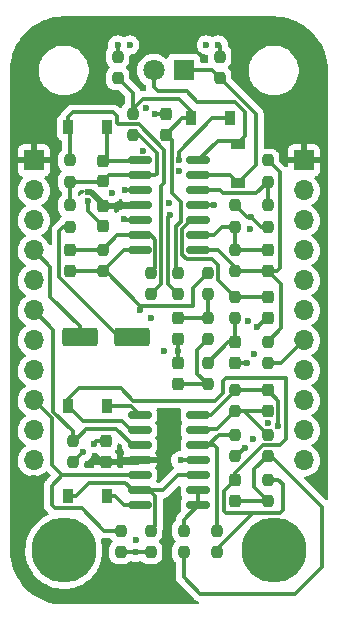
<source format=gbr>
%TF.GenerationSoftware,KiCad,Pcbnew,(6.0.9-0)*%
%TF.CreationDate,2024-06-20T10:44:05+02:00*%
%TF.ProjectId,follower-board,666f6c6c-6f77-4657-922d-626f6172642e,rev?*%
%TF.SameCoordinates,Original*%
%TF.FileFunction,Copper,L1,Top*%
%TF.FilePolarity,Positive*%
%FSLAX46Y46*%
G04 Gerber Fmt 4.6, Leading zero omitted, Abs format (unit mm)*
G04 Created by KiCad (PCBNEW (6.0.9-0)) date 2024-06-20 10:44:05*
%MOMM*%
%LPD*%
G01*
G04 APERTURE LIST*
G04 Aperture macros list*
%AMRoundRect*
0 Rectangle with rounded corners*
0 $1 Rounding radius*
0 $2 $3 $4 $5 $6 $7 $8 $9 X,Y pos of 4 corners*
0 Add a 4 corners polygon primitive as box body*
4,1,4,$2,$3,$4,$5,$6,$7,$8,$9,$2,$3,0*
0 Add four circle primitives for the rounded corners*
1,1,$1+$1,$2,$3*
1,1,$1+$1,$4,$5*
1,1,$1+$1,$6,$7*
1,1,$1+$1,$8,$9*
0 Add four rect primitives between the rounded corners*
20,1,$1+$1,$2,$3,$4,$5,0*
20,1,$1+$1,$4,$5,$6,$7,0*
20,1,$1+$1,$6,$7,$8,$9,0*
20,1,$1+$1,$8,$9,$2,$3,0*%
G04 Aperture macros list end*
%TA.AperFunction,SMDPad,CuDef*%
%ADD10RoundRect,0.237500X-0.237500X0.250000X-0.237500X-0.250000X0.237500X-0.250000X0.237500X0.250000X0*%
%TD*%
%TA.AperFunction,SMDPad,CuDef*%
%ADD11R,0.900000X1.200000*%
%TD*%
%TA.AperFunction,SMDPad,CuDef*%
%ADD12RoundRect,0.237500X-0.237500X0.300000X-0.237500X-0.300000X0.237500X-0.300000X0.237500X0.300000X0*%
%TD*%
%TA.AperFunction,SMDPad,CuDef*%
%ADD13RoundRect,0.237500X0.237500X-0.250000X0.237500X0.250000X-0.237500X0.250000X-0.237500X-0.250000X0*%
%TD*%
%TA.AperFunction,SMDPad,CuDef*%
%ADD14RoundRect,0.237500X0.237500X-0.300000X0.237500X0.300000X-0.237500X0.300000X-0.237500X-0.300000X0*%
%TD*%
%TA.AperFunction,SMDPad,CuDef*%
%ADD15RoundRect,0.150000X-0.825000X-0.150000X0.825000X-0.150000X0.825000X0.150000X-0.825000X0.150000X0*%
%TD*%
%TA.AperFunction,ComponentPad*%
%ADD16R,1.800000X1.800000*%
%TD*%
%TA.AperFunction,ComponentPad*%
%ADD17C,1.800000*%
%TD*%
%TA.AperFunction,ComponentPad*%
%ADD18C,5.500000*%
%TD*%
%TA.AperFunction,SMDPad,CuDef*%
%ADD19RoundRect,0.250000X1.250000X0.550000X-1.250000X0.550000X-1.250000X-0.550000X1.250000X-0.550000X0*%
%TD*%
%TA.AperFunction,SMDPad,CuDef*%
%ADD20R,1.200000X0.900000*%
%TD*%
%TA.AperFunction,ComponentPad*%
%ADD21R,1.700000X1.700000*%
%TD*%
%TA.AperFunction,ComponentPad*%
%ADD22O,1.700000X1.700000*%
%TD*%
%TA.AperFunction,ViaPad*%
%ADD23C,0.600000*%
%TD*%
%TA.AperFunction,Conductor*%
%ADD24C,0.300000*%
%TD*%
%TA.AperFunction,Conductor*%
%ADD25C,0.500000*%
%TD*%
G04 APERTURE END LIST*
D10*
%TO.P,R9,1*%
%TO.N,Net-(C5-Pad2)*%
X65532000Y-64111500D03*
%TO.P,R9,2*%
%TO.N,Net-(C6-Pad2)*%
X65532000Y-65936500D03*
%TD*%
D11*
%TO.P,D2,1,K*%
%TO.N,Net-(C3-Pad2)*%
X64136000Y-47244000D03*
%TO.P,D2,2,A*%
%TO.N,Net-(C2-Pad2)*%
X67436000Y-47244000D03*
%TD*%
D10*
%TO.P,R12,1*%
%TO.N,/+4.5V*%
X67818000Y-54613000D03*
%TO.P,R12,2*%
%TO.N,Net-(C9-Pad2)*%
X67818000Y-56438000D03*
%TD*%
D12*
%TO.P,C10,1*%
%TO.N,/+9V*%
X56642000Y-54663000D03*
%TO.P,C10,2*%
%TO.N,/GND*%
X56642000Y-56388000D03*
%TD*%
D10*
%TO.P,R18,1*%
%TO.N,/RectifiedOut*%
X54102000Y-74525500D03*
%TO.P,R18,2*%
%TO.N,/+4.5V*%
X54102000Y-76350500D03*
%TD*%
D13*
%TO.P,R22,1*%
%TO.N,/Peak Detector/ThreshLim*%
X70612000Y-75842500D03*
%TO.P,R22,2*%
%TO.N,Net-(C12-Pad1)*%
X70612000Y-74017500D03*
%TD*%
D14*
%TO.P,C9,1*%
%TO.N,Net-(C9-Pad1)*%
X70612000Y-60145000D03*
%TO.P,C9,2*%
%TO.N,Net-(C9-Pad2)*%
X70612000Y-58420000D03*
%TD*%
%TO.P,C13,1*%
%TO.N,/+9V*%
X56896000Y-76300500D03*
%TO.P,C13,2*%
%TO.N,/GND*%
X56896000Y-74575500D03*
%TD*%
D13*
%TO.P,R1,1*%
%TO.N,Net-(C1-Pad1)*%
X53848000Y-56438000D03*
%TO.P,R1,2*%
%TO.N,Net-(C2-Pad1)*%
X53848000Y-54613000D03*
%TD*%
D10*
%TO.P,R16,1*%
%TO.N,Net-(C9-Pad1)*%
X70612000Y-50803000D03*
%TO.P,R16,2*%
%TO.N,Net-(R16-Pad2)*%
X70612000Y-52628000D03*
%TD*%
D14*
%TO.P,C7,1*%
%TO.N,/+4.5V*%
X67818000Y-67918500D03*
%TO.P,C7,2*%
%TO.N,Net-(C7-Pad2)*%
X67818000Y-66193500D03*
%TD*%
D12*
%TO.P,C6,1*%
%TO.N,/+4.5V*%
X62992000Y-67971500D03*
%TO.P,C6,2*%
%TO.N,Net-(C6-Pad2)*%
X62992000Y-69696500D03*
%TD*%
D10*
%TO.P,R6,1*%
%TO.N,Net-(C3-Pad2)*%
X62992000Y-60301500D03*
%TO.P,R6,2*%
%TO.N,Net-(R6-Pad2)*%
X62992000Y-62126500D03*
%TD*%
D11*
%TO.P,D1,1,K*%
%TO.N,Net-(C2-Pad2)*%
X57022000Y-48006000D03*
%TO.P,D1,2,A*%
%TO.N,Net-(D1-Pad2)*%
X53722000Y-48006000D03*
%TD*%
D10*
%TO.P,R20,1*%
%TO.N,Net-(D6-Pad1)*%
X60706000Y-82145500D03*
%TO.P,R20,2*%
%TO.N,/+4.5V*%
X60706000Y-83970500D03*
%TD*%
D14*
%TO.P,C5,1*%
%TO.N,/+4.5V*%
X62992000Y-65886500D03*
%TO.P,C5,2*%
%TO.N,Net-(C5-Pad2)*%
X62992000Y-64161500D03*
%TD*%
D15*
%TO.P,U1,1*%
%TO.N,Net-(C2-Pad2)*%
X59755000Y-50800000D03*
%TO.P,U1,2,-*%
%TO.N,Net-(C2-Pad1)*%
X59755000Y-52070000D03*
%TO.P,U1,3,+*%
%TO.N,/+4.5V*%
X59755000Y-53340000D03*
%TO.P,U1,4,V+*%
%TO.N,/+9V*%
X59755000Y-54610000D03*
%TO.P,U1,5,+*%
%TO.N,Net-(R6-Pad2)*%
X59755000Y-55880000D03*
%TO.P,U1,6,-*%
%TO.N,Net-(C4-Pad1)*%
X59755000Y-57150000D03*
%TO.P,U1,7*%
%TO.N,/RectifiedOut*%
X59755000Y-58420000D03*
%TO.P,U1,8*%
%TO.N,Net-(C9-Pad1)*%
X64705000Y-58420000D03*
%TO.P,U1,9,-*%
%TO.N,Net-(C9-Pad2)*%
X64705000Y-57150000D03*
%TO.P,U1,10,+*%
%TO.N,Net-(C8-Pad2)*%
X64705000Y-55880000D03*
%TO.P,U1,11,V-*%
%TO.N,/GND*%
X64705000Y-54610000D03*
%TO.P,U1,12,+*%
%TO.N,Net-(R16-Pad2)*%
X64705000Y-53340000D03*
%TO.P,U1,13,-*%
%TO.N,Net-(D3-Pad1)*%
X64705000Y-52070000D03*
%TO.P,U1,14*%
%TO.N,Net-(D3-Pad2)*%
X64705000Y-50800000D03*
%TD*%
D10*
%TO.P,R15,1*%
%TO.N,/+4.5V*%
X66548000Y-42013500D03*
%TO.P,R15,2*%
%TO.N,Net-(D3-Pad1)*%
X66548000Y-43838500D03*
%TD*%
D11*
%TO.P,D6,1,K*%
%TO.N,Net-(D6-Pad1)*%
X53722000Y-79248000D03*
%TO.P,D6,2,A*%
%TO.N,Net-(D6-Pad2)*%
X57022000Y-79248000D03*
%TD*%
D10*
%TO.P,R14,1*%
%TO.N,Net-(C9-Pad1)*%
X70612000Y-66143500D03*
%TO.P,R14,2*%
%TO.N,/FollowerOut*%
X70612000Y-67968500D03*
%TD*%
D12*
%TO.P,C4,1*%
%TO.N,Net-(C4-Pad1)*%
X53848000Y-58423000D03*
%TO.P,C4,2*%
%TO.N,/RectifiedOut*%
X53848000Y-60148000D03*
%TD*%
D13*
%TO.P,R25,1*%
%TO.N,Net-(C12-Pad1)*%
X67818000Y-72032500D03*
%TO.P,R25,2*%
%TO.N,/PeakOut*%
X67818000Y-70207500D03*
%TD*%
D16*
%TO.P,D3,1,K*%
%TO.N,Net-(D3-Pad1)*%
X63500000Y-43180000D03*
D17*
%TO.P,D3,2,A*%
%TO.N,Net-(D3-Pad2)*%
X60960000Y-43180000D03*
%TD*%
D13*
%TO.P,R11,1*%
%TO.N,Net-(C7-Pad2)*%
X67818000Y-64158500D03*
%TO.P,R11,2*%
%TO.N,Net-(C8-Pad2)*%
X67818000Y-62333500D03*
%TD*%
D10*
%TO.P,R4,1*%
%TO.N,/+4.5V*%
X57912000Y-42013500D03*
%TO.P,R4,2*%
%TO.N,Net-(C3-Pad2)*%
X57912000Y-43838500D03*
%TD*%
D15*
%TO.P,U2,1*%
%TO.N,Net-(D5-Pad2)*%
X59755000Y-72390000D03*
%TO.P,U2,2,-*%
%TO.N,Net-(C11-Pad1)*%
X59755000Y-73660000D03*
%TO.P,U2,3,+*%
%TO.N,/RectifiedOut*%
X59755000Y-74930000D03*
%TO.P,U2,4,V+*%
%TO.N,/+9V*%
X59755000Y-76200000D03*
%TO.P,U2,5,+*%
%TO.N,/ThreshIn*%
X59755000Y-77470000D03*
%TO.P,U2,6,-*%
%TO.N,Net-(D6-Pad1)*%
X59755000Y-78740000D03*
%TO.P,U2,7*%
%TO.N,Net-(D6-Pad2)*%
X59755000Y-80010000D03*
%TO.P,U2,8*%
%TO.N,Net-(R26-Pad1)*%
X64705000Y-80010000D03*
%TO.P,U2,9,-*%
X64705000Y-78740000D03*
%TO.P,U2,10,+*%
%TO.N,Net-(D6-Pad1)*%
X64705000Y-77470000D03*
%TO.P,U2,11,V-*%
%TO.N,/GND*%
X64705000Y-76200000D03*
%TO.P,U2,12,+*%
%TO.N,Net-(R23-Pad2)*%
X64705000Y-74930000D03*
%TO.P,U2,13,-*%
%TO.N,Net-(C12-Pad1)*%
X64705000Y-73660000D03*
%TO.P,U2,14*%
%TO.N,/PeakOut*%
X64705000Y-72390000D03*
%TD*%
D10*
%TO.P,R19,1*%
%TO.N,/ThreshIn*%
X58166000Y-82145500D03*
%TO.P,R19,2*%
%TO.N,/+4.5V*%
X58166000Y-83970500D03*
%TD*%
%TO.P,R13,1*%
%TO.N,Net-(C9-Pad2)*%
X67818000Y-58373000D03*
%TO.P,R13,2*%
%TO.N,Net-(C9-Pad1)*%
X67818000Y-60198000D03*
%TD*%
D18*
%TO.P,H3,1,1*%
%TO.N,/GND*%
X71120000Y-83820000D03*
%TD*%
D10*
%TO.P,R26,1*%
%TO.N,Net-(R26-Pad1)*%
X63500000Y-82145500D03*
%TO.P,R26,2*%
%TO.N,/Peak Detector/ThreshLim*%
X63500000Y-83970500D03*
%TD*%
D11*
%TO.P,D5,1,K*%
%TO.N,Net-(C11-Pad1)*%
X53722000Y-71628000D03*
%TO.P,D5,2,A*%
%TO.N,Net-(D5-Pad2)*%
X57022000Y-71628000D03*
%TD*%
D18*
%TO.P,H1,1,1*%
%TO.N,/GND*%
X53340000Y-83820000D03*
%TD*%
D10*
%TO.P,R8,1*%
%TO.N,/RectifiedOut*%
X65532000Y-60301500D03*
%TO.P,R8,2*%
%TO.N,Net-(C5-Pad2)*%
X65532000Y-62126500D03*
%TD*%
D13*
%TO.P,R24,1*%
%TO.N,/+4.5V*%
X67818000Y-75842500D03*
%TO.P,R24,2*%
%TO.N,Net-(R23-Pad2)*%
X67818000Y-74017500D03*
%TD*%
%TO.P,R10,1*%
%TO.N,Net-(C6-Pad2)*%
X65532000Y-69746500D03*
%TO.P,R10,2*%
%TO.N,Net-(C7-Pad2)*%
X65532000Y-67921500D03*
%TD*%
D19*
%TO.P,C1,1*%
%TO.N,Net-(C1-Pad1)*%
X59096000Y-65786000D03*
%TO.P,C1,2*%
%TO.N,/In*%
X54696000Y-65786000D03*
%TD*%
D13*
%TO.P,R5,1*%
%TO.N,Net-(D1-Pad2)*%
X60706000Y-62126500D03*
%TO.P,R5,2*%
%TO.N,Net-(C4-Pad1)*%
X60706000Y-60301500D03*
%TD*%
%TO.P,R23,1*%
%TO.N,Net-(C11-Pad1)*%
X66294000Y-83970500D03*
%TO.P,R23,2*%
%TO.N,Net-(R23-Pad2)*%
X66294000Y-82145500D03*
%TD*%
%TO.P,R2,1*%
%TO.N,Net-(C2-Pad1)*%
X53848000Y-52628000D03*
%TO.P,R2,2*%
%TO.N,Net-(D1-Pad2)*%
X53848000Y-50803000D03*
%TD*%
%TO.P,R17,1*%
%TO.N,/+4.5V*%
X70612000Y-56438000D03*
%TO.P,R17,2*%
%TO.N,Net-(R16-Pad2)*%
X70612000Y-54613000D03*
%TD*%
D10*
%TO.P,R21,1*%
%TO.N,Net-(C11-Pad1)*%
X70612000Y-77827500D03*
%TO.P,R21,2*%
%TO.N,/Peak Detector/ThreshLim*%
X70612000Y-79652500D03*
%TD*%
D12*
%TO.P,C3,1*%
%TO.N,/+4.5V*%
X61976000Y-46889500D03*
%TO.P,C3,2*%
%TO.N,Net-(C3-Pad2)*%
X61976000Y-48614500D03*
%TD*%
D14*
%TO.P,C12,1*%
%TO.N,Net-(C12-Pad1)*%
X70612000Y-71982500D03*
%TO.P,C12,2*%
%TO.N,/PeakOut*%
X70612000Y-70257500D03*
%TD*%
%TO.P,C8,1*%
%TO.N,/+4.5V*%
X70612000Y-64108500D03*
%TO.P,C8,2*%
%TO.N,Net-(C8-Pad2)*%
X70612000Y-62383500D03*
%TD*%
D13*
%TO.P,R3,1*%
%TO.N,Net-(C2-Pad1)*%
X59182000Y-48664500D03*
%TO.P,R3,2*%
%TO.N,Net-(C3-Pad2)*%
X59182000Y-46839500D03*
%TD*%
D20*
%TO.P,D4,1,K*%
%TO.N,Net-(D3-Pad2)*%
X68072000Y-49404000D03*
%TO.P,D4,2,A*%
%TO.N,Net-(D3-Pad1)*%
X68072000Y-52704000D03*
%TD*%
D12*
%TO.P,C11,1*%
%TO.N,Net-(C11-Pad1)*%
X67818000Y-77877500D03*
%TO.P,C11,2*%
%TO.N,/Peak Detector/ThreshLim*%
X67818000Y-79602500D03*
%TD*%
D10*
%TO.P,R7,1*%
%TO.N,Net-(C4-Pad1)*%
X56642000Y-58373000D03*
%TO.P,R7,2*%
%TO.N,/RectifiedOut*%
X56642000Y-60198000D03*
%TD*%
D14*
%TO.P,C2,1*%
%TO.N,Net-(C2-Pad1)*%
X56642000Y-52578000D03*
%TO.P,C2,2*%
%TO.N,Net-(C2-Pad2)*%
X56642000Y-50853000D03*
%TD*%
D21*
%TO.P,J1,1,Pin_1*%
%TO.N,/+9V*%
X50800000Y-50800000D03*
D22*
%TO.P,J1,2,Pin_2*%
%TO.N,/GND*%
X50800000Y-53340000D03*
%TO.P,J1,3,Pin_3*%
%TO.N,/+4.5V*%
X50800000Y-55880000D03*
%TO.P,J1,4,Pin_4*%
%TO.N,/In*%
X50800000Y-58420000D03*
%TO.P,J1,5,Pin_5*%
%TO.N,/GND*%
X50800000Y-60960000D03*
%TO.P,J1,6,Pin_6*%
%TO.N,/RectifiedOut*%
X50800000Y-63500000D03*
%TO.P,J1,7,Pin_7*%
%TO.N,/FollowerOut*%
X50800000Y-66040000D03*
%TO.P,J1,8,Pin_8*%
%TO.N,/GND*%
X50800000Y-68580000D03*
%TO.P,J1,9,Pin_9*%
%TO.N,/ThreshIn*%
X50800000Y-71120000D03*
%TO.P,J1,10,Pin_10*%
%TO.N,/PeakOut*%
X50800000Y-73660000D03*
%TO.P,J1,11,Pin_11*%
%TO.N,/GND*%
X50800000Y-76200000D03*
%TD*%
D21*
%TO.P,J2,1,Pin_1*%
%TO.N,/+9V*%
X73660000Y-50800000D03*
D22*
%TO.P,J2,2,Pin_2*%
%TO.N,/GND*%
X73660000Y-53340000D03*
%TO.P,J2,3,Pin_3*%
%TO.N,/+4.5V*%
X73660000Y-55880000D03*
%TO.P,J2,4,Pin_4*%
%TO.N,/In*%
X73660000Y-58420000D03*
%TO.P,J2,5,Pin_5*%
%TO.N,/GND*%
X73660000Y-60960000D03*
%TO.P,J2,6,Pin_6*%
%TO.N,/RectifiedOut*%
X73660000Y-63500000D03*
%TO.P,J2,7,Pin_7*%
%TO.N,/FollowerOut*%
X73660000Y-66040000D03*
%TO.P,J2,8,Pin_8*%
%TO.N,/GND*%
X73660000Y-68580000D03*
%TO.P,J2,9,Pin_9*%
%TO.N,/ThreshIn*%
X73660000Y-71120000D03*
%TO.P,J2,10,Pin_10*%
%TO.N,/PeakOut*%
X73660000Y-73660000D03*
%TO.P,J2,11,Pin_11*%
%TO.N,/GND*%
X73660000Y-76200000D03*
%TD*%
D23*
%TO.N,Net-(C2-Pad2)*%
X63119000Y-50800000D03*
X60564500Y-50800000D03*
%TO.N,/+4.5V*%
X62992000Y-66929000D03*
X69215000Y-55626000D03*
X61087000Y-46863000D03*
X68643500Y-75120500D03*
X57912000Y-41021000D03*
X54927500Y-75501500D03*
X69723000Y-64897000D03*
X66421000Y-41021000D03*
X58547000Y-53340000D03*
X68834000Y-67945000D03*
X59412500Y-83970500D03*
%TO.N,/RectifiedOut*%
X59817000Y-63500000D03*
%TO.N,/+9V*%
X55372000Y-53467000D03*
X56007000Y-75819000D03*
X50800000Y-77724000D03*
%TO.N,/GND*%
X69342000Y-74422000D03*
X60325000Y-46355000D03*
X66040000Y-54610000D03*
X63246000Y-76200000D03*
X55372000Y-54266503D03*
X60706000Y-64149500D03*
X59436000Y-82931000D03*
X65405000Y-41021000D03*
X63119000Y-51689000D03*
X62278734Y-54434266D03*
X57404000Y-53594000D03*
X69469000Y-67183000D03*
X70612000Y-73025000D03*
X55880000Y-74803000D03*
X69088000Y-56642000D03*
X61849000Y-66929000D03*
X58928000Y-41021000D03*
X60071000Y-50000500D03*
X68961000Y-64389000D03*
%TO.N,/PeakOut*%
X71486500Y-73279000D03*
%TO.N,Net-(R6-Pad2)*%
X58401219Y-55771781D03*
X62357500Y-55399270D03*
%TD*%
D24*
%TO.N,Net-(C1-Pad1)*%
X59096000Y-65786000D02*
X58039000Y-65786000D01*
X58039000Y-65786000D02*
X52959000Y-60706000D01*
X52959000Y-56769000D02*
X53290000Y-56438000D01*
X53290000Y-56438000D02*
X53848000Y-56438000D01*
X52959000Y-60706000D02*
X52959000Y-56769000D01*
%TO.N,/In*%
X52197000Y-59817000D02*
X50800000Y-58420000D01*
X54696000Y-64856000D02*
X52197000Y-62357000D01*
X54696000Y-65786000D02*
X54696000Y-64856000D01*
X52197000Y-62357000D02*
X52197000Y-59817000D01*
%TO.N,Net-(C2-Pad1)*%
X56642000Y-52578000D02*
X57150000Y-52070000D01*
X56592000Y-52628000D02*
X56642000Y-52578000D01*
X53848000Y-54613000D02*
X53848000Y-52628000D01*
X53848000Y-52628000D02*
X56592000Y-52628000D01*
X57150000Y-52070000D02*
X59755000Y-52070000D01*
X61214000Y-50165000D02*
X61214000Y-51943000D01*
X59713500Y-48664500D02*
X61214000Y-50165000D01*
X61214000Y-51943000D02*
X61087000Y-52070000D01*
X61087000Y-52070000D02*
X59755000Y-52070000D01*
X59182000Y-48664500D02*
X59713500Y-48664500D01*
%TO.N,Net-(C2-Pad2)*%
X59755000Y-50800000D02*
X60564500Y-50800000D01*
X59702000Y-50853000D02*
X59755000Y-50800000D01*
X56642000Y-50853000D02*
X57022000Y-50473000D01*
X56642000Y-50853000D02*
X59702000Y-50853000D01*
X63119000Y-50800000D02*
X63119000Y-50052500D01*
X57022000Y-50473000D02*
X57022000Y-48006000D01*
X63119000Y-50052500D02*
X65927500Y-47244000D01*
X65927500Y-47244000D02*
X67436000Y-47244000D01*
%TO.N,/+4.5V*%
X67921500Y-75842500D02*
X67818000Y-75842500D01*
X70612000Y-64108500D02*
X70511500Y-64108500D01*
X59755000Y-53340000D02*
X58547000Y-53340000D01*
X67818000Y-67918500D02*
X68807500Y-67918500D01*
X68831000Y-55626000D02*
X67818000Y-54613000D01*
X59412500Y-83970500D02*
X60706000Y-83970500D01*
X54927500Y-75501500D02*
X54102000Y-76327000D01*
X57912000Y-42013500D02*
X57912000Y-41021000D01*
X68643500Y-75120500D02*
X67921500Y-75842500D01*
X58166000Y-83970500D02*
X59412500Y-83970500D01*
X69215000Y-55626000D02*
X70027000Y-56438000D01*
X66548000Y-41148000D02*
X66421000Y-41021000D01*
X62992000Y-67971500D02*
X62992000Y-66929000D01*
X70511500Y-64108500D02*
X69723000Y-64897000D01*
X54102000Y-76327000D02*
X54102000Y-76350500D01*
X66548000Y-42013500D02*
X66548000Y-41148000D01*
X68807500Y-67918500D02*
X68834000Y-67945000D01*
X62992000Y-66929000D02*
X62992000Y-65886500D01*
X69215000Y-55626000D02*
X68831000Y-55626000D01*
X70027000Y-56438000D02*
X70612000Y-56438000D01*
X61113500Y-46889500D02*
X61087000Y-46863000D01*
X61976000Y-46889500D02*
X61113500Y-46889500D01*
%TO.N,Net-(C3-Pad2)*%
X62469000Y-53579000D02*
X62469000Y-49107500D01*
X59182000Y-46839500D02*
X59182000Y-45108500D01*
X64136000Y-46610000D02*
X63119000Y-45593000D01*
X62469000Y-49107500D02*
X61976000Y-48614500D01*
X59182000Y-45108500D02*
X57912000Y-43838500D01*
X63246000Y-54356000D02*
X62469000Y-53579000D01*
X63246000Y-56007000D02*
X63246000Y-54356000D01*
X62992000Y-60301500D02*
X62865000Y-60174500D01*
X63346500Y-47244000D02*
X61976000Y-48614500D01*
X59182000Y-46482000D02*
X59182000Y-46839500D01*
X62865000Y-60174500D02*
X62865000Y-56388000D01*
X60071000Y-45593000D02*
X59182000Y-46482000D01*
X63119000Y-45593000D02*
X60071000Y-45593000D01*
X64136000Y-47244000D02*
X63346500Y-47244000D01*
X62865000Y-56388000D02*
X63246000Y-56007000D01*
X64136000Y-47244000D02*
X64136000Y-46610000D01*
%TO.N,Net-(C4-Pad1)*%
X53898000Y-58373000D02*
X53848000Y-58423000D01*
X61080000Y-59927500D02*
X61080000Y-57524000D01*
X60706000Y-60301500D02*
X61080000Y-59927500D01*
X59755000Y-57150000D02*
X57865000Y-57150000D01*
X57865000Y-57150000D02*
X56642000Y-58373000D01*
X56642000Y-58373000D02*
X53898000Y-58373000D01*
X61080000Y-57524000D02*
X60706000Y-57150000D01*
X60706000Y-57150000D02*
X59755000Y-57150000D01*
%TO.N,/RectifiedOut*%
X54102000Y-74525500D02*
X54252500Y-74525500D01*
X56896000Y-60198000D02*
X56642000Y-60198000D01*
X64262000Y-63119000D02*
X59817000Y-63119000D01*
X54252500Y-74525500D02*
X55245000Y-73533000D01*
X59817000Y-63119000D02*
X56896000Y-60198000D01*
X55245000Y-73533000D02*
X57785000Y-73533000D01*
X56592000Y-60148000D02*
X56642000Y-60198000D01*
X52451000Y-65151000D02*
X52451000Y-72063894D01*
X65532000Y-60301500D02*
X64262000Y-61571500D01*
X52451000Y-72063894D02*
X54102000Y-73714894D01*
X54102000Y-73714894D02*
X54102000Y-74525500D01*
X59182000Y-74930000D02*
X59755000Y-74930000D01*
X59817000Y-63119000D02*
X59817000Y-63500000D01*
X50800000Y-63500000D02*
X52451000Y-65151000D01*
X58420000Y-58420000D02*
X56642000Y-60198000D01*
X64262000Y-61571500D02*
X64262000Y-63119000D01*
X53848000Y-60148000D02*
X56592000Y-60148000D01*
X59755000Y-58420000D02*
X58420000Y-58420000D01*
X57785000Y-73533000D02*
X59182000Y-74930000D01*
%TO.N,Net-(C5-Pad2)*%
X65482000Y-64161500D02*
X65532000Y-64111500D01*
X65532000Y-62126500D02*
X65532000Y-64111500D01*
X62992000Y-64161500D02*
X65482000Y-64161500D01*
%TO.N,Net-(C6-Pad2)*%
X63042000Y-69746500D02*
X62992000Y-69696500D01*
X64643000Y-68857500D02*
X65532000Y-69746500D01*
X65532000Y-69746500D02*
X63042000Y-69746500D01*
X65532000Y-65936500D02*
X64643000Y-66825500D01*
X64643000Y-66825500D02*
X64643000Y-68857500D01*
%TO.N,Net-(C7-Pad2)*%
X67818000Y-66193500D02*
X67260000Y-66193500D01*
X67260000Y-66193500D02*
X65532000Y-67921500D01*
X67818000Y-64158500D02*
X67818000Y-66193500D01*
%TO.N,Net-(C8-Pad2)*%
X64135000Y-55880000D02*
X64705000Y-55880000D01*
X66421000Y-60936500D02*
X66421000Y-59690000D01*
X63380000Y-56864346D02*
X63380000Y-56635000D01*
X70562000Y-62333500D02*
X70612000Y-62383500D01*
X67818000Y-62333500D02*
X70562000Y-62333500D01*
X65913000Y-59182000D02*
X63784893Y-59182000D01*
X63373000Y-56871346D02*
X63380000Y-56864346D01*
X67818000Y-62333500D02*
X66421000Y-60936500D01*
X63784893Y-59182000D02*
X63373000Y-58770107D01*
X66421000Y-59690000D02*
X65913000Y-59182000D01*
X63373000Y-58770107D02*
X63373000Y-56871346D01*
X63380000Y-56635000D02*
X64135000Y-55880000D01*
%TO.N,Net-(C9-Pad1)*%
X70635500Y-66143500D02*
X71755000Y-65024000D01*
X66421000Y-58420000D02*
X64705000Y-58420000D01*
X67818000Y-60198000D02*
X67818000Y-59817000D01*
X71628000Y-51819000D02*
X71628000Y-59944000D01*
X70612000Y-50803000D02*
X71628000Y-51819000D01*
X70612000Y-66143500D02*
X70635500Y-66143500D01*
X71427000Y-60145000D02*
X70612000Y-60145000D01*
X71628000Y-59944000D02*
X71427000Y-60145000D01*
X71755000Y-65024000D02*
X71755000Y-61288000D01*
X67818000Y-60198000D02*
X70559000Y-60198000D01*
X70559000Y-60198000D02*
X70612000Y-60145000D01*
X67818000Y-59817000D02*
X66421000Y-58420000D01*
X71755000Y-61288000D02*
X70612000Y-60145000D01*
%TO.N,Net-(C9-Pad2)*%
X70565000Y-58373000D02*
X70612000Y-58420000D01*
X66752000Y-56438000D02*
X66040000Y-57150000D01*
X66040000Y-57150000D02*
X64705000Y-57150000D01*
X67818000Y-56438000D02*
X66752000Y-56438000D01*
X67818000Y-58373000D02*
X70565000Y-58373000D01*
X67818000Y-56438000D02*
X67818000Y-58373000D01*
D25*
%TO.N,/+9V*%
X55372000Y-53467000D02*
X55633158Y-53467000D01*
X59702000Y-54663000D02*
X59755000Y-54610000D01*
X59654500Y-76300500D02*
X59755000Y-76200000D01*
X56896000Y-76300500D02*
X59654500Y-76300500D01*
X56642000Y-54483000D02*
X56642000Y-54663000D01*
X55633158Y-53467000D02*
X56122000Y-53955842D01*
X56896000Y-76300500D02*
X56488500Y-76300500D01*
X56122000Y-53963000D02*
X56642000Y-54483000D01*
X56488500Y-76300500D02*
X56007000Y-75819000D01*
X56642000Y-54663000D02*
X59702000Y-54663000D01*
X56122000Y-53955842D02*
X56122000Y-53963000D01*
D24*
%TO.N,/GND*%
X56896000Y-74575500D02*
X56107500Y-74575500D01*
X64705000Y-76200000D02*
X63246000Y-76200000D01*
X66040000Y-54610000D02*
X64705000Y-54610000D01*
X55372000Y-54266503D02*
X55372000Y-55118000D01*
X55372000Y-55118000D02*
X56642000Y-56388000D01*
X56107500Y-74575500D02*
X55880000Y-74803000D01*
%TO.N,Net-(C11-Pad1)*%
X71882000Y-78232000D02*
X71477500Y-77827500D01*
X66929000Y-80518000D02*
X67056000Y-80645000D01*
X54992000Y-72898000D02*
X53722000Y-71628000D01*
X54610000Y-70104000D02*
X53722000Y-70992000D01*
X59055000Y-73660000D02*
X58293000Y-72898000D01*
X67056000Y-69215000D02*
X66802000Y-69469000D01*
X67818000Y-77877500D02*
X67818000Y-77279500D01*
X71477500Y-77827500D02*
X70612000Y-77827500D01*
X71628000Y-74930000D02*
X72136000Y-74422000D01*
X72136000Y-69215000D02*
X67056000Y-69215000D01*
X67818000Y-77877500D02*
X66929000Y-78766500D01*
X59755000Y-73660000D02*
X59055000Y-73660000D01*
X58166000Y-70104000D02*
X54610000Y-70104000D01*
X66294000Y-83970500D02*
X66294000Y-83693000D01*
X67818000Y-77279500D02*
X70167500Y-74930000D01*
X70167500Y-74930000D02*
X71628000Y-74930000D01*
X58293000Y-72898000D02*
X54992000Y-72898000D01*
X59190000Y-71128000D02*
X58166000Y-70104000D01*
X66802000Y-69469000D02*
X66802000Y-70485000D01*
X66802000Y-70485000D02*
X66159000Y-71128000D01*
X67056000Y-80645000D02*
X69342000Y-80645000D01*
X71882000Y-80391000D02*
X71882000Y-78232000D01*
X66294000Y-83693000D02*
X69342000Y-80645000D01*
X66159000Y-71128000D02*
X59190000Y-71128000D01*
X72136000Y-74422000D02*
X72136000Y-69215000D01*
X53722000Y-70992000D02*
X53722000Y-71628000D01*
X66929000Y-78766500D02*
X66929000Y-80518000D01*
X69342000Y-80645000D02*
X71628000Y-80645000D01*
X71628000Y-80645000D02*
X71882000Y-80391000D01*
%TO.N,/Peak Detector/ThreshLim*%
X63500000Y-83970500D02*
X63500000Y-86106000D01*
X70612000Y-79652500D02*
X70612000Y-79629000D01*
X70889500Y-75842500D02*
X70612000Y-75842500D01*
X70588500Y-75842500D02*
X70612000Y-75842500D01*
X69469000Y-76962000D02*
X70588500Y-75842500D01*
X67868000Y-79652500D02*
X67818000Y-79602500D01*
X64897000Y-87503000D02*
X72898000Y-87503000D01*
X75184000Y-85217000D02*
X75184000Y-80137000D01*
X69469000Y-78486000D02*
X69469000Y-76962000D01*
X63500000Y-86106000D02*
X64897000Y-87503000D01*
X75184000Y-80137000D02*
X70889500Y-75842500D01*
X72898000Y-87503000D02*
X75184000Y-85217000D01*
X70612000Y-79652500D02*
X67868000Y-79652500D01*
X70612000Y-79629000D02*
X69469000Y-78486000D01*
%TO.N,Net-(C12-Pad1)*%
X64832000Y-73533000D02*
X64705000Y-73660000D01*
X70612000Y-71982500D02*
X67868000Y-71982500D01*
X70612000Y-74017500D02*
X68603500Y-72009000D01*
X68603500Y-72009000D02*
X67841500Y-72009000D01*
X67818000Y-72032500D02*
X66317500Y-73533000D01*
X67868000Y-71982500D02*
X67818000Y-72032500D01*
X66317500Y-73533000D02*
X64832000Y-73533000D01*
X67841500Y-72009000D02*
X67818000Y-72032500D01*
%TO.N,/PeakOut*%
X71486500Y-73279000D02*
X71486500Y-71132000D01*
X67818000Y-70358000D02*
X65786000Y-72390000D01*
X70612000Y-70257500D02*
X67868000Y-70257500D01*
X65786000Y-72390000D02*
X64705000Y-72390000D01*
X67818000Y-70207500D02*
X67818000Y-70358000D01*
X71486500Y-71132000D02*
X70612000Y-70257500D01*
X67868000Y-70257500D02*
X67818000Y-70207500D01*
%TO.N,Net-(D1-Pad2)*%
X57912000Y-47752000D02*
X57822000Y-47662000D01*
X53722000Y-47116000D02*
X53722000Y-48006000D01*
X61864000Y-52690000D02*
X61864000Y-49926000D01*
X61864000Y-49926000D02*
X59690000Y-47752000D01*
X60706000Y-62103000D02*
X61580000Y-61229000D01*
X61580000Y-52974000D02*
X61864000Y-52690000D01*
X60706000Y-62126500D02*
X60706000Y-62103000D01*
X53848000Y-48132000D02*
X53722000Y-48006000D01*
X53848000Y-50803000D02*
X53848000Y-48132000D01*
X61580000Y-61229000D02*
X61580000Y-52974000D01*
X57822000Y-47662000D02*
X57822000Y-47056000D01*
X54102000Y-46736000D02*
X53722000Y-47116000D01*
X59690000Y-47752000D02*
X57912000Y-47752000D01*
X57502000Y-46736000D02*
X54102000Y-46736000D01*
X57822000Y-47056000D02*
X57502000Y-46736000D01*
%TO.N,Net-(D3-Pad1)*%
X69596000Y-51180000D02*
X68072000Y-52704000D01*
X63500000Y-43180000D02*
X65889500Y-43180000D01*
X65889500Y-43180000D02*
X66548000Y-43838500D01*
X64705000Y-52070000D02*
X67438000Y-52070000D01*
X67438000Y-52070000D02*
X68072000Y-52704000D01*
X66548000Y-43838500D02*
X69596000Y-46886500D01*
X69596000Y-46886500D02*
X69596000Y-51180000D01*
%TO.N,Net-(D3-Pad2)*%
X60960000Y-44577000D02*
X60960000Y-43180000D01*
X68707000Y-48769000D02*
X68707000Y-46736000D01*
X61341000Y-44958000D02*
X60960000Y-44577000D01*
X67817000Y-49149000D02*
X68072000Y-49404000D01*
X67818000Y-45847000D02*
X64643000Y-45847000D01*
X63754000Y-44958000D02*
X61341000Y-44958000D01*
X64705000Y-50800000D02*
X66356000Y-49149000D01*
X64643000Y-45847000D02*
X63754000Y-44958000D01*
X68072000Y-49404000D02*
X68707000Y-48769000D01*
X66356000Y-49149000D02*
X67817000Y-49149000D01*
X68707000Y-46736000D02*
X67818000Y-45847000D01*
%TO.N,Net-(D5-Pad2)*%
X59755000Y-72390000D02*
X58993000Y-71628000D01*
X58993000Y-71628000D02*
X57022000Y-71628000D01*
%TO.N,Net-(D6-Pad1)*%
X61087000Y-79248000D02*
X61087000Y-81764500D01*
X61722000Y-78740000D02*
X62992000Y-77470000D01*
X59755000Y-78740000D02*
X60579000Y-78740000D01*
X59755000Y-78740000D02*
X61722000Y-78740000D01*
X54356000Y-79248000D02*
X55499000Y-78105000D01*
X58547000Y-78105000D02*
X58928000Y-78486000D01*
X60579000Y-78740000D02*
X61087000Y-79248000D01*
X61087000Y-81764500D02*
X60706000Y-82145500D01*
X55499000Y-78105000D02*
X58547000Y-78105000D01*
X62992000Y-77470000D02*
X64705000Y-77470000D01*
X53722000Y-79248000D02*
X54356000Y-79248000D01*
%TO.N,Net-(D6-Pad2)*%
X57022000Y-79248000D02*
X57658000Y-79248000D01*
X57658000Y-79248000D02*
X58420000Y-80010000D01*
X58420000Y-80010000D02*
X59755000Y-80010000D01*
%TO.N,/FollowerOut*%
X71731500Y-67968500D02*
X73660000Y-66040000D01*
X70612000Y-67968500D02*
X71731500Y-67968500D01*
%TO.N,/ThreshIn*%
X56745500Y-82145500D02*
X54864000Y-80264000D01*
X50800000Y-71120000D02*
X52324000Y-72644000D01*
X53213000Y-77470000D02*
X59755000Y-77470000D01*
X54864000Y-80264000D02*
X52578000Y-80264000D01*
X52324000Y-80010000D02*
X52324000Y-78359000D01*
X52324000Y-76581000D02*
X53213000Y-77470000D01*
X52578000Y-80264000D02*
X52324000Y-80010000D01*
X58166000Y-82145500D02*
X56745500Y-82145500D01*
X52324000Y-78359000D02*
X53213000Y-77470000D01*
X52324000Y-72644000D02*
X52324000Y-76581000D01*
%TO.N,Net-(R6-Pad2)*%
X58509438Y-55880000D02*
X59755000Y-55880000D01*
X62167000Y-55589770D02*
X62167000Y-61301500D01*
X62357500Y-55399270D02*
X62167000Y-55589770D01*
X58401219Y-55771781D02*
X58509438Y-55880000D01*
X62167000Y-61301500D02*
X62992000Y-62126500D01*
%TO.N,Net-(R16-Pad2)*%
X69646000Y-53594000D02*
X70612000Y-52628000D01*
X66548000Y-53340000D02*
X66802000Y-53594000D01*
X64705000Y-53340000D02*
X66548000Y-53340000D01*
X66802000Y-53594000D02*
X69646000Y-53594000D01*
X70612000Y-54613000D02*
X70612000Y-52628000D01*
%TO.N,Net-(R23-Pad2)*%
X66040000Y-74930000D02*
X64705000Y-74930000D01*
X66294000Y-82145500D02*
X66294000Y-75184000D01*
X65532000Y-74930000D02*
X64705000Y-74930000D01*
X67818000Y-74017500D02*
X66444500Y-74017500D01*
X66294000Y-75184000D02*
X66040000Y-74930000D01*
X66444500Y-74017500D02*
X65532000Y-74930000D01*
%TO.N,Net-(R26-Pad1)*%
X64705000Y-80010000D02*
X64705000Y-78740000D01*
X63500000Y-82145500D02*
X63500000Y-81215000D01*
X63500000Y-81215000D02*
X64705000Y-80010000D01*
%TD*%
%TA.AperFunction,Conductor*%
%TO.N,/+9V*%
G36*
X71090018Y-38610000D02*
G01*
X71104851Y-38612310D01*
X71104855Y-38612310D01*
X71113724Y-38613691D01*
X71134183Y-38611016D01*
X71156008Y-38610072D01*
X71512937Y-38625656D01*
X71523886Y-38626614D01*
X71908379Y-38677233D01*
X71919205Y-38679142D01*
X72297822Y-38763080D01*
X72308439Y-38765925D01*
X72478702Y-38819608D01*
X72678302Y-38882542D01*
X72688615Y-38886295D01*
X73046932Y-39034715D01*
X73056876Y-39039353D01*
X73400867Y-39218423D01*
X73410387Y-39223919D01*
X73737468Y-39432292D01*
X73746472Y-39438597D01*
X74054138Y-39674678D01*
X74062558Y-39681743D01*
X74348483Y-39943744D01*
X74356256Y-39951517D01*
X74618257Y-40237442D01*
X74625322Y-40245862D01*
X74861403Y-40553528D01*
X74867708Y-40562532D01*
X75076081Y-40889613D01*
X75081576Y-40899132D01*
X75250348Y-41223338D01*
X75260643Y-41243115D01*
X75265285Y-41253068D01*
X75413093Y-41609907D01*
X75413702Y-41611377D01*
X75417458Y-41621698D01*
X75464807Y-41771869D01*
X75534075Y-41991561D01*
X75536920Y-42002178D01*
X75620858Y-42380795D01*
X75622767Y-42391621D01*
X75673386Y-42776114D01*
X75674344Y-42787063D01*
X75685521Y-43043049D01*
X75689603Y-43136552D01*
X75688223Y-43161429D01*
X75686309Y-43173724D01*
X75687473Y-43182626D01*
X75687473Y-43182628D01*
X75690436Y-43205283D01*
X75691500Y-43221621D01*
X75691500Y-79409050D01*
X75671498Y-79477171D01*
X75617842Y-79523664D01*
X75547568Y-79533768D01*
X75482988Y-79504274D01*
X75476405Y-79498145D01*
X73742126Y-77763866D01*
X73708100Y-77701554D01*
X73713165Y-77630739D01*
X73755712Y-77573903D01*
X73815210Y-77549792D01*
X73938290Y-77534025D01*
X73938294Y-77534024D01*
X73943416Y-77533368D01*
X73948366Y-77531883D01*
X74152429Y-77470661D01*
X74152434Y-77470659D01*
X74157384Y-77469174D01*
X74357994Y-77370896D01*
X74539860Y-77241173D01*
X74698096Y-77083489D01*
X74757594Y-77000689D01*
X74825435Y-76906277D01*
X74828453Y-76902077D01*
X74833770Y-76891320D01*
X74925136Y-76706453D01*
X74925137Y-76706451D01*
X74927430Y-76701811D01*
X74992370Y-76488069D01*
X75021529Y-76266590D01*
X75023156Y-76200000D01*
X75004852Y-75977361D01*
X74950431Y-75760702D01*
X74861354Y-75555840D01*
X74740014Y-75368277D01*
X74589670Y-75203051D01*
X74585619Y-75199852D01*
X74585615Y-75199848D01*
X74418414Y-75067800D01*
X74418410Y-75067798D01*
X74414359Y-75064598D01*
X74373053Y-75041796D01*
X74323084Y-74991364D01*
X74308312Y-74921921D01*
X74333428Y-74855516D01*
X74360780Y-74828909D01*
X74422825Y-74784653D01*
X74539860Y-74701173D01*
X74698096Y-74543489D01*
X74757594Y-74460689D01*
X74825435Y-74366277D01*
X74828453Y-74362077D01*
X74861605Y-74295000D01*
X74925136Y-74166453D01*
X74925137Y-74166451D01*
X74927430Y-74161811D01*
X74959900Y-74054940D01*
X74990865Y-73953023D01*
X74990865Y-73953021D01*
X74992370Y-73948069D01*
X75021529Y-73726590D01*
X75023156Y-73660000D01*
X75004852Y-73437361D01*
X74950431Y-73220702D01*
X74861354Y-73015840D01*
X74740014Y-72828277D01*
X74589670Y-72663051D01*
X74585619Y-72659852D01*
X74585615Y-72659848D01*
X74418414Y-72527800D01*
X74418410Y-72527798D01*
X74414359Y-72524598D01*
X74373053Y-72501796D01*
X74323084Y-72451364D01*
X74308312Y-72381921D01*
X74333428Y-72315516D01*
X74360780Y-72288909D01*
X74430049Y-72239500D01*
X74539860Y-72161173D01*
X74698096Y-72003489D01*
X74712095Y-71984008D01*
X74825435Y-71826277D01*
X74828453Y-71822077D01*
X74892670Y-71692144D01*
X74925136Y-71626453D01*
X74925137Y-71626451D01*
X74927430Y-71621811D01*
X74992370Y-71408069D01*
X75021529Y-71186590D01*
X75021611Y-71183240D01*
X75023074Y-71123365D01*
X75023074Y-71123361D01*
X75023156Y-71120000D01*
X75004852Y-70897361D01*
X74950431Y-70680702D01*
X74861354Y-70475840D01*
X74798084Y-70378039D01*
X74742822Y-70292617D01*
X74742820Y-70292614D01*
X74740014Y-70288277D01*
X74589670Y-70123051D01*
X74585619Y-70119852D01*
X74585615Y-70119848D01*
X74418414Y-69987800D01*
X74418410Y-69987798D01*
X74414359Y-69984598D01*
X74373053Y-69961796D01*
X74323084Y-69911364D01*
X74308312Y-69841921D01*
X74333428Y-69775516D01*
X74360780Y-69748909D01*
X74404603Y-69717650D01*
X74539860Y-69621173D01*
X74552003Y-69609073D01*
X74641940Y-69519449D01*
X74698096Y-69463489D01*
X74702625Y-69457187D01*
X74825435Y-69286277D01*
X74828453Y-69282077D01*
X74843798Y-69251030D01*
X74925136Y-69086453D01*
X74925137Y-69086451D01*
X74927430Y-69081811D01*
X74982993Y-68898932D01*
X74990865Y-68873023D01*
X74990865Y-68873021D01*
X74992370Y-68868069D01*
X75021529Y-68646590D01*
X75021852Y-68633365D01*
X75023074Y-68583365D01*
X75023074Y-68583361D01*
X75023156Y-68580000D01*
X75004852Y-68357361D01*
X74950431Y-68140702D01*
X74861354Y-67935840D01*
X74774669Y-67801845D01*
X74742822Y-67752617D01*
X74742820Y-67752614D01*
X74740014Y-67748277D01*
X74589670Y-67583051D01*
X74585619Y-67579852D01*
X74585615Y-67579848D01*
X74418414Y-67447800D01*
X74418410Y-67447798D01*
X74414359Y-67444598D01*
X74373053Y-67421796D01*
X74323084Y-67371364D01*
X74308312Y-67301921D01*
X74333428Y-67235516D01*
X74360780Y-67208909D01*
X74404603Y-67177650D01*
X74539860Y-67081173D01*
X74547687Y-67073374D01*
X74682384Y-66939146D01*
X74698096Y-66923489D01*
X74757594Y-66840689D01*
X74825435Y-66746277D01*
X74828453Y-66742077D01*
X74853292Y-66691820D01*
X74925136Y-66546453D01*
X74925137Y-66546451D01*
X74927430Y-66541811D01*
X74979588Y-66370140D01*
X74990865Y-66333023D01*
X74990865Y-66333021D01*
X74992370Y-66328069D01*
X75021529Y-66106590D01*
X75023156Y-66040000D01*
X75004852Y-65817361D01*
X74950431Y-65600702D01*
X74861354Y-65395840D01*
X74784285Y-65276709D01*
X74742822Y-65212617D01*
X74742820Y-65212614D01*
X74740014Y-65208277D01*
X74589670Y-65043051D01*
X74585619Y-65039852D01*
X74585615Y-65039848D01*
X74418414Y-64907800D01*
X74418410Y-64907798D01*
X74414359Y-64904598D01*
X74373053Y-64881796D01*
X74323084Y-64831364D01*
X74308312Y-64761921D01*
X74333428Y-64695516D01*
X74360780Y-64668909D01*
X74427061Y-64621631D01*
X74539860Y-64541173D01*
X74570067Y-64511072D01*
X74694435Y-64387137D01*
X74698096Y-64383489D01*
X74706210Y-64372198D01*
X74825435Y-64206277D01*
X74828453Y-64202077D01*
X74841273Y-64176139D01*
X74925136Y-64006453D01*
X74925137Y-64006451D01*
X74927430Y-64001811D01*
X74985121Y-63811928D01*
X74990865Y-63793023D01*
X74990865Y-63793021D01*
X74992370Y-63788069D01*
X75021529Y-63566590D01*
X75023156Y-63500000D01*
X75004852Y-63277361D01*
X74950431Y-63060702D01*
X74861354Y-62855840D01*
X74784533Y-62737093D01*
X74742822Y-62672617D01*
X74742820Y-62672614D01*
X74740014Y-62668277D01*
X74589670Y-62503051D01*
X74585619Y-62499852D01*
X74585615Y-62499848D01*
X74418414Y-62367800D01*
X74418410Y-62367798D01*
X74414359Y-62364598D01*
X74373053Y-62341796D01*
X74323084Y-62291364D01*
X74308312Y-62221921D01*
X74333428Y-62155516D01*
X74360780Y-62128909D01*
X74423404Y-62084240D01*
X74539860Y-62001173D01*
X74698096Y-61843489D01*
X74757594Y-61760689D01*
X74825435Y-61666277D01*
X74828453Y-61662077D01*
X74853303Y-61611798D01*
X74925136Y-61466453D01*
X74925137Y-61466451D01*
X74927430Y-61461811D01*
X74992370Y-61248069D01*
X75021529Y-61026590D01*
X75023156Y-60960000D01*
X75004852Y-60737361D01*
X74950431Y-60520702D01*
X74861354Y-60315840D01*
X74774180Y-60181090D01*
X74742822Y-60132617D01*
X74742820Y-60132614D01*
X74740014Y-60128277D01*
X74589670Y-59963051D01*
X74585619Y-59959852D01*
X74585615Y-59959848D01*
X74418414Y-59827800D01*
X74418410Y-59827798D01*
X74414359Y-59824598D01*
X74373053Y-59801796D01*
X74323084Y-59751364D01*
X74308312Y-59681921D01*
X74333428Y-59615516D01*
X74360780Y-59588909D01*
X74430049Y-59539500D01*
X74539860Y-59461173D01*
X74546570Y-59454487D01*
X74685247Y-59316293D01*
X74698096Y-59303489D01*
X74752120Y-59228307D01*
X74825435Y-59126277D01*
X74828453Y-59122077D01*
X74838948Y-59100843D01*
X74925136Y-58926453D01*
X74925137Y-58926451D01*
X74927430Y-58921811D01*
X74992370Y-58708069D01*
X75021529Y-58486590D01*
X75023156Y-58420000D01*
X75004852Y-58197361D01*
X74950431Y-57980702D01*
X74861354Y-57775840D01*
X74812932Y-57700991D01*
X74742822Y-57592617D01*
X74742820Y-57592614D01*
X74740014Y-57588277D01*
X74589670Y-57423051D01*
X74585619Y-57419852D01*
X74585615Y-57419848D01*
X74418414Y-57287800D01*
X74418410Y-57287798D01*
X74414359Y-57284598D01*
X74373053Y-57261796D01*
X74323084Y-57211364D01*
X74308312Y-57141921D01*
X74333428Y-57075516D01*
X74360780Y-57048909D01*
X74429826Y-56999659D01*
X74539860Y-56921173D01*
X74698096Y-56763489D01*
X74703447Y-56756043D01*
X74825435Y-56586277D01*
X74828453Y-56582077D01*
X74837319Y-56564139D01*
X74925136Y-56386453D01*
X74925137Y-56386451D01*
X74927430Y-56381811D01*
X74992370Y-56168069D01*
X75021529Y-55946590D01*
X75021652Y-55941552D01*
X75023074Y-55883365D01*
X75023074Y-55883361D01*
X75023156Y-55880000D01*
X75004852Y-55657361D01*
X74950431Y-55440702D01*
X74861354Y-55235840D01*
X74790908Y-55126947D01*
X74742822Y-55052617D01*
X74742820Y-55052614D01*
X74740014Y-55048277D01*
X74589670Y-54883051D01*
X74585619Y-54879852D01*
X74585615Y-54879848D01*
X74418414Y-54747800D01*
X74418410Y-54747798D01*
X74414359Y-54744598D01*
X74373053Y-54721796D01*
X74323084Y-54671364D01*
X74308312Y-54601921D01*
X74333428Y-54535516D01*
X74360780Y-54508909D01*
X74419704Y-54466879D01*
X74539860Y-54381173D01*
X74570934Y-54350208D01*
X74654931Y-54266503D01*
X74698096Y-54223489D01*
X74718935Y-54194489D01*
X74825435Y-54046277D01*
X74828453Y-54042077D01*
X74838948Y-54020843D01*
X74925136Y-53846453D01*
X74925137Y-53846451D01*
X74927430Y-53841811D01*
X74992370Y-53628069D01*
X75021529Y-53406590D01*
X75021684Y-53400240D01*
X75023074Y-53343365D01*
X75023074Y-53343361D01*
X75023156Y-53340000D01*
X75004852Y-53117361D01*
X74950431Y-52900702D01*
X74861354Y-52695840D01*
X74802806Y-52605338D01*
X74742822Y-52512617D01*
X74742820Y-52512614D01*
X74740014Y-52508277D01*
X74736540Y-52504459D01*
X74736533Y-52504450D01*
X74592435Y-52346088D01*
X74561383Y-52282242D01*
X74569779Y-52211744D01*
X74614956Y-52156976D01*
X74641400Y-52143307D01*
X74748052Y-52103325D01*
X74763649Y-52094786D01*
X74865724Y-52018285D01*
X74878285Y-52005724D01*
X74954786Y-51903649D01*
X74963324Y-51888054D01*
X75008478Y-51767606D01*
X75012105Y-51752351D01*
X75017631Y-51701486D01*
X75018000Y-51694672D01*
X75018000Y-51072115D01*
X75013525Y-51056876D01*
X75012135Y-51055671D01*
X75004452Y-51054000D01*
X72320116Y-51054000D01*
X72304877Y-51058475D01*
X72303672Y-51059865D01*
X72302001Y-51067548D01*
X72302001Y-51254193D01*
X72281999Y-51322314D01*
X72228343Y-51368807D01*
X72158069Y-51378911D01*
X72095687Y-51351279D01*
X72076249Y-51335199D01*
X72067468Y-51327208D01*
X71632405Y-50892145D01*
X71598379Y-50829833D01*
X71595500Y-50803050D01*
X71595500Y-50527885D01*
X72302000Y-50527885D01*
X72306475Y-50543124D01*
X72307865Y-50544329D01*
X72315548Y-50546000D01*
X73387885Y-50546000D01*
X73403124Y-50541525D01*
X73404329Y-50540135D01*
X73406000Y-50532452D01*
X73406000Y-50527885D01*
X73914000Y-50527885D01*
X73918475Y-50543124D01*
X73919865Y-50544329D01*
X73927548Y-50546000D01*
X74999884Y-50546000D01*
X75015123Y-50541525D01*
X75016328Y-50540135D01*
X75017999Y-50532452D01*
X75017999Y-49905331D01*
X75017629Y-49898510D01*
X75012105Y-49847648D01*
X75008479Y-49832396D01*
X74963324Y-49711946D01*
X74954786Y-49696351D01*
X74878285Y-49594276D01*
X74865724Y-49581715D01*
X74763649Y-49505214D01*
X74748054Y-49496676D01*
X74627606Y-49451522D01*
X74612351Y-49447895D01*
X74561486Y-49442369D01*
X74554672Y-49442000D01*
X73932115Y-49442000D01*
X73916876Y-49446475D01*
X73915671Y-49447865D01*
X73914000Y-49455548D01*
X73914000Y-50527885D01*
X73406000Y-50527885D01*
X73406000Y-49460116D01*
X73401525Y-49444877D01*
X73400135Y-49443672D01*
X73392452Y-49442001D01*
X72765331Y-49442001D01*
X72758510Y-49442371D01*
X72707648Y-49447895D01*
X72692396Y-49451521D01*
X72571946Y-49496676D01*
X72556351Y-49505214D01*
X72454276Y-49581715D01*
X72441715Y-49594276D01*
X72365214Y-49696351D01*
X72356676Y-49711946D01*
X72311522Y-49832394D01*
X72307895Y-49847649D01*
X72302369Y-49898514D01*
X72302000Y-49905328D01*
X72302000Y-50527885D01*
X71595500Y-50527885D01*
X71595500Y-50503428D01*
X71595163Y-50500178D01*
X71585419Y-50406265D01*
X71585418Y-50406261D01*
X71584707Y-50399407D01*
X71571034Y-50358422D01*
X71531972Y-50241341D01*
X71529654Y-50234393D01*
X71438116Y-50086469D01*
X71420116Y-50068500D01*
X71320184Y-49968742D01*
X71320179Y-49968738D01*
X71315003Y-49963571D01*
X71303467Y-49956460D01*
X71173150Y-49876131D01*
X71173148Y-49876130D01*
X71166920Y-49872291D01*
X71001809Y-49817526D01*
X70994973Y-49816826D01*
X70994970Y-49816825D01*
X70943474Y-49811549D01*
X70899072Y-49807000D01*
X70380500Y-49807000D01*
X70312379Y-49786998D01*
X70265886Y-49733342D01*
X70254500Y-49681000D01*
X70254500Y-46968559D01*
X70255059Y-46956703D01*
X70256789Y-46948963D01*
X70256297Y-46933292D01*
X70254562Y-46878111D01*
X70254500Y-46874153D01*
X70254500Y-46845068D01*
X70253946Y-46840679D01*
X70253013Y-46828837D01*
X70252924Y-46825982D01*
X70251562Y-46782669D01*
X70245580Y-46762079D01*
X70241570Y-46742716D01*
X70239875Y-46729296D01*
X70239875Y-46729295D01*
X70238882Y-46721436D01*
X70235966Y-46714071D01*
X70235965Y-46714067D01*
X70221874Y-46678479D01*
X70218035Y-46667269D01*
X70205145Y-46622900D01*
X70194225Y-46604435D01*
X70185534Y-46586695D01*
X70177635Y-46566744D01*
X70150482Y-46529371D01*
X70143967Y-46519452D01*
X70124493Y-46486523D01*
X70124490Y-46486519D01*
X70120453Y-46479693D01*
X70105289Y-46464529D01*
X70092448Y-46449495D01*
X70084501Y-46438557D01*
X70079841Y-46432143D01*
X70044247Y-46402697D01*
X70035468Y-46394708D01*
X67568405Y-43927645D01*
X67534379Y-43865333D01*
X67531500Y-43838550D01*
X67531500Y-43538928D01*
X67520707Y-43434907D01*
X67499563Y-43371529D01*
X67479937Y-43312703D01*
X69010743Y-43312703D01*
X69011302Y-43316947D01*
X69011302Y-43316951D01*
X69019168Y-43376697D01*
X69048268Y-43597734D01*
X69124129Y-43875036D01*
X69125813Y-43878984D01*
X69230628Y-44124717D01*
X69236923Y-44139476D01*
X69294234Y-44235235D01*
X69355576Y-44337730D01*
X69384561Y-44386161D01*
X69564313Y-44610528D01*
X69654470Y-44696084D01*
X69759876Y-44796110D01*
X69772851Y-44808423D01*
X70006317Y-44976186D01*
X70010112Y-44978195D01*
X70010113Y-44978196D01*
X70031869Y-44989715D01*
X70260392Y-45110712D01*
X70284699Y-45119607D01*
X70472081Y-45188179D01*
X70530373Y-45209511D01*
X70811264Y-45270755D01*
X70839841Y-45273004D01*
X71034282Y-45288307D01*
X71034291Y-45288307D01*
X71036739Y-45288500D01*
X71192271Y-45288500D01*
X71194407Y-45288354D01*
X71194418Y-45288354D01*
X71402548Y-45274165D01*
X71402554Y-45274164D01*
X71406825Y-45273873D01*
X71411020Y-45273004D01*
X71411022Y-45273004D01*
X71547584Y-45244723D01*
X71688342Y-45215574D01*
X71959343Y-45119607D01*
X72214812Y-44987750D01*
X72218313Y-44985289D01*
X72218317Y-44985287D01*
X72401710Y-44856396D01*
X72450023Y-44822441D01*
X72644319Y-44641890D01*
X72657479Y-44629661D01*
X72657481Y-44629658D01*
X72660622Y-44626740D01*
X72842713Y-44404268D01*
X72992927Y-44159142D01*
X73000750Y-44141322D01*
X73106757Y-43899830D01*
X73108483Y-43895898D01*
X73187244Y-43619406D01*
X73227751Y-43334784D01*
X73227845Y-43316951D01*
X73229235Y-43051583D01*
X73229235Y-43051576D01*
X73229257Y-43047297D01*
X73225039Y-43015253D01*
X73201579Y-42837063D01*
X73191732Y-42762266D01*
X73115871Y-42484964D01*
X73052249Y-42335806D01*
X73004763Y-42224476D01*
X73004761Y-42224472D01*
X73003077Y-42220524D01*
X72871285Y-42000315D01*
X72857643Y-41977521D01*
X72857640Y-41977517D01*
X72855439Y-41973839D01*
X72675687Y-41749472D01*
X72523092Y-41604665D01*
X72470258Y-41554527D01*
X72470255Y-41554525D01*
X72467149Y-41551577D01*
X72233683Y-41383814D01*
X72211843Y-41372250D01*
X72180377Y-41355590D01*
X71979608Y-41249288D01*
X71836298Y-41196844D01*
X71713658Y-41151964D01*
X71713656Y-41151963D01*
X71709627Y-41150489D01*
X71428736Y-41089245D01*
X71397685Y-41086801D01*
X71205718Y-41071693D01*
X71205709Y-41071693D01*
X71203261Y-41071500D01*
X71047729Y-41071500D01*
X71045593Y-41071646D01*
X71045582Y-41071646D01*
X70837452Y-41085835D01*
X70837446Y-41085836D01*
X70833175Y-41086127D01*
X70828980Y-41086996D01*
X70828978Y-41086996D01*
X70692417Y-41115276D01*
X70551658Y-41144426D01*
X70280657Y-41240393D01*
X70025188Y-41372250D01*
X70021687Y-41374711D01*
X70021683Y-41374713D01*
X69930693Y-41438662D01*
X69789977Y-41537559D01*
X69774892Y-41551577D01*
X69596719Y-41717146D01*
X69579378Y-41733260D01*
X69397287Y-41955732D01*
X69247073Y-42200858D01*
X69245347Y-42204791D01*
X69245346Y-42204792D01*
X69138655Y-42447842D01*
X69131517Y-42464102D01*
X69130342Y-42468229D01*
X69130341Y-42468230D01*
X69098240Y-42580920D01*
X69052756Y-42740594D01*
X69012249Y-43025216D01*
X69012227Y-43029505D01*
X69012226Y-43029512D01*
X69010765Y-43308417D01*
X69010743Y-43312703D01*
X67479937Y-43312703D01*
X67467972Y-43276841D01*
X67465654Y-43269893D01*
X67374116Y-43121969D01*
X67303607Y-43051583D01*
X67267214Y-43015253D01*
X67233135Y-42952970D01*
X67238138Y-42882150D01*
X67267059Y-42837063D01*
X67369754Y-42734188D01*
X67369758Y-42734183D01*
X67374929Y-42729003D01*
X67378770Y-42722772D01*
X67462369Y-42587150D01*
X67462370Y-42587148D01*
X67466209Y-42580920D01*
X67520974Y-42415809D01*
X67524562Y-42380795D01*
X67531172Y-42316271D01*
X67531500Y-42313072D01*
X67531500Y-41713928D01*
X67526846Y-41669069D01*
X67521419Y-41616765D01*
X67521418Y-41616761D01*
X67520707Y-41609907D01*
X67465654Y-41444893D01*
X67374116Y-41296969D01*
X67264797Y-41187841D01*
X67230718Y-41125559D01*
X67229041Y-41081133D01*
X67233748Y-41047642D01*
X67233749Y-41047632D01*
X67234299Y-41043717D01*
X67234616Y-41021000D01*
X67214397Y-40840745D01*
X67212080Y-40834091D01*
X67157064Y-40676106D01*
X67157062Y-40676103D01*
X67154745Y-40669448D01*
X67058626Y-40515624D01*
X67044941Y-40501843D01*
X66935778Y-40391915D01*
X66935774Y-40391912D01*
X66930815Y-40386918D01*
X66919697Y-40379862D01*
X66861288Y-40342795D01*
X66777666Y-40289727D01*
X66748463Y-40279328D01*
X66613425Y-40231243D01*
X66613420Y-40231242D01*
X66606790Y-40228881D01*
X66599802Y-40228048D01*
X66599799Y-40228047D01*
X66476698Y-40213368D01*
X66426680Y-40207404D01*
X66419677Y-40208140D01*
X66419676Y-40208140D01*
X66253288Y-40225628D01*
X66253286Y-40225629D01*
X66246288Y-40226364D01*
X66074579Y-40284818D01*
X65978822Y-40343729D01*
X65910323Y-40362386D01*
X65845288Y-40342795D01*
X65823142Y-40328741D01*
X65761666Y-40289727D01*
X65732463Y-40279328D01*
X65597425Y-40231243D01*
X65597420Y-40231242D01*
X65590790Y-40228881D01*
X65583802Y-40228048D01*
X65583799Y-40228047D01*
X65460698Y-40213368D01*
X65410680Y-40207404D01*
X65403677Y-40208140D01*
X65403676Y-40208140D01*
X65237288Y-40225628D01*
X65237286Y-40225629D01*
X65230288Y-40226364D01*
X65058579Y-40284818D01*
X65052575Y-40288512D01*
X64910095Y-40376166D01*
X64910092Y-40376168D01*
X64904088Y-40379862D01*
X64899053Y-40384793D01*
X64899050Y-40384795D01*
X64779525Y-40501843D01*
X64774493Y-40506771D01*
X64676235Y-40659238D01*
X64673826Y-40665858D01*
X64673824Y-40665861D01*
X64616606Y-40823066D01*
X64614197Y-40829685D01*
X64591463Y-41009640D01*
X64609163Y-41190160D01*
X64666418Y-41362273D01*
X64670065Y-41368295D01*
X64670066Y-41368297D01*
X64721381Y-41453028D01*
X64760380Y-41517424D01*
X64886382Y-41647902D01*
X64892278Y-41651760D01*
X65021895Y-41736579D01*
X65038159Y-41747222D01*
X65044763Y-41749678D01*
X65044765Y-41749679D01*
X65201558Y-41807990D01*
X65201560Y-41807990D01*
X65208168Y-41810448D01*
X65291995Y-41821633D01*
X65380980Y-41833507D01*
X65380984Y-41833507D01*
X65387961Y-41834438D01*
X65394972Y-41833800D01*
X65394977Y-41833800D01*
X65427081Y-41830878D01*
X65496734Y-41844624D01*
X65547898Y-41893845D01*
X65564500Y-41956359D01*
X65564500Y-42313072D01*
X65564837Y-42316316D01*
X65564837Y-42316324D01*
X65571703Y-42382497D01*
X65558838Y-42452318D01*
X65510267Y-42504100D01*
X65446376Y-42521500D01*
X65034500Y-42521500D01*
X64966379Y-42501498D01*
X64919886Y-42447842D01*
X64908500Y-42395500D01*
X64908500Y-42231866D01*
X64901745Y-42169684D01*
X64850615Y-42033295D01*
X64763261Y-41916739D01*
X64646705Y-41829385D01*
X64510316Y-41778255D01*
X64448134Y-41771500D01*
X62551866Y-41771500D01*
X62489684Y-41778255D01*
X62353295Y-41829385D01*
X62236739Y-41916739D01*
X62149385Y-42033295D01*
X62146233Y-42041703D01*
X62146232Y-42041705D01*
X62125538Y-42096906D01*
X62082897Y-42153671D01*
X62016335Y-42178371D01*
X61946986Y-42163164D01*
X61924167Y-42146666D01*
X61923887Y-42146358D01*
X61791373Y-42041705D01*
X61746177Y-42006011D01*
X61746172Y-42006008D01*
X61742123Y-42002810D01*
X61737607Y-42000317D01*
X61737604Y-42000315D01*
X61543879Y-41893373D01*
X61543875Y-41893371D01*
X61539355Y-41890876D01*
X61534486Y-41889152D01*
X61534482Y-41889150D01*
X61325903Y-41815288D01*
X61325899Y-41815287D01*
X61321028Y-41813562D01*
X61315935Y-41812655D01*
X61315932Y-41812654D01*
X61098095Y-41773851D01*
X61098089Y-41773850D01*
X61093006Y-41772945D01*
X61020096Y-41772054D01*
X60866581Y-41770179D01*
X60866579Y-41770179D01*
X60861411Y-41770116D01*
X60632464Y-41805150D01*
X60412314Y-41877106D01*
X60407726Y-41879494D01*
X60407722Y-41879496D01*
X60226491Y-41973839D01*
X60206872Y-41984052D01*
X60202739Y-41987155D01*
X60202736Y-41987157D01*
X60025790Y-42120012D01*
X60021655Y-42123117D01*
X59861639Y-42290564D01*
X59858725Y-42294836D01*
X59858724Y-42294837D01*
X59796423Y-42386167D01*
X59731119Y-42481899D01*
X59633602Y-42691981D01*
X59571707Y-42915169D01*
X59547095Y-43145469D01*
X59547392Y-43150622D01*
X59547392Y-43150625D01*
X59554738Y-43278028D01*
X59560427Y-43376697D01*
X59561564Y-43381743D01*
X59561565Y-43381749D01*
X59575376Y-43443030D01*
X59611346Y-43602642D01*
X59613288Y-43607424D01*
X59613289Y-43607428D01*
X59618153Y-43619406D01*
X59698484Y-43817237D01*
X59819501Y-44014719D01*
X59971147Y-44189784D01*
X60149349Y-44337730D01*
X60232230Y-44386161D01*
X60238712Y-44389949D01*
X60287435Y-44441588D01*
X60300358Y-44509412D01*
X60299212Y-44514537D01*
X60299461Y-44522455D01*
X60301438Y-44585369D01*
X60301500Y-44589327D01*
X60301500Y-44618432D01*
X60302056Y-44622832D01*
X60302988Y-44634664D01*
X60304438Y-44680831D01*
X60308870Y-44696084D01*
X60310419Y-44701416D01*
X60314430Y-44720782D01*
X60317118Y-44742064D01*
X60320034Y-44749429D01*
X60320035Y-44749433D01*
X60325057Y-44762117D01*
X60331536Y-44832817D01*
X60298763Y-44895797D01*
X60237143Y-44931061D01*
X60207905Y-44934500D01*
X60153059Y-44934500D01*
X60141203Y-44933941D01*
X60133463Y-44932211D01*
X60125537Y-44932460D01*
X60125536Y-44932460D01*
X60062611Y-44934438D01*
X60058653Y-44934500D01*
X60029568Y-44934500D01*
X60025637Y-44934997D01*
X60025630Y-44934997D01*
X60025179Y-44935054D01*
X60013343Y-44935986D01*
X59967169Y-44937438D01*
X59959557Y-44939650D01*
X59959554Y-44939650D01*
X59954254Y-44941190D01*
X59950637Y-44942241D01*
X59879641Y-44942040D01*
X59820024Y-44903487D01*
X59794486Y-44856399D01*
X59791145Y-44844900D01*
X59780229Y-44826443D01*
X59771534Y-44808693D01*
X59763635Y-44788744D01*
X59746652Y-44765369D01*
X59736477Y-44751364D01*
X59729960Y-44741443D01*
X59717742Y-44720784D01*
X59706452Y-44701693D01*
X59691291Y-44686532D01*
X59678449Y-44671497D01*
X59665841Y-44654143D01*
X59630248Y-44624698D01*
X59621467Y-44616708D01*
X58932404Y-43927644D01*
X58898379Y-43865332D01*
X58895500Y-43838549D01*
X58895500Y-43538928D01*
X58884707Y-43434907D01*
X58863563Y-43371529D01*
X58831972Y-43276841D01*
X58829654Y-43269893D01*
X58738116Y-43121969D01*
X58667607Y-43051583D01*
X58631214Y-43015253D01*
X58597135Y-42952970D01*
X58602138Y-42882150D01*
X58631059Y-42837063D01*
X58733754Y-42734188D01*
X58733758Y-42734183D01*
X58738929Y-42729003D01*
X58742770Y-42722772D01*
X58826369Y-42587150D01*
X58826370Y-42587148D01*
X58830209Y-42580920D01*
X58884974Y-42415809D01*
X58888562Y-42380795D01*
X58895172Y-42316271D01*
X58895500Y-42313072D01*
X58895500Y-41950898D01*
X58915502Y-41882777D01*
X58969158Y-41836284D01*
X59010079Y-41825417D01*
X59091600Y-41817998D01*
X59098302Y-41815820D01*
X59098304Y-41815820D01*
X59257409Y-41764124D01*
X59257412Y-41764123D01*
X59264108Y-41761947D01*
X59419912Y-41669069D01*
X59551266Y-41543982D01*
X59651643Y-41392902D01*
X59705434Y-41251299D01*
X59713555Y-41229920D01*
X59713556Y-41229918D01*
X59716055Y-41223338D01*
X59717035Y-41216366D01*
X59740748Y-41047639D01*
X59740748Y-41047636D01*
X59741299Y-41043717D01*
X59741616Y-41021000D01*
X59721397Y-40840745D01*
X59719080Y-40834091D01*
X59664064Y-40676106D01*
X59664062Y-40676103D01*
X59661745Y-40669448D01*
X59565626Y-40515624D01*
X59551941Y-40501843D01*
X59442778Y-40391915D01*
X59442774Y-40391912D01*
X59437815Y-40386918D01*
X59426697Y-40379862D01*
X59368288Y-40342795D01*
X59284666Y-40289727D01*
X59255463Y-40279328D01*
X59120425Y-40231243D01*
X59120420Y-40231242D01*
X59113790Y-40228881D01*
X59106802Y-40228048D01*
X59106799Y-40228047D01*
X58983698Y-40213368D01*
X58933680Y-40207404D01*
X58926677Y-40208140D01*
X58926676Y-40208140D01*
X58760288Y-40225628D01*
X58760286Y-40225629D01*
X58753288Y-40226364D01*
X58581579Y-40284818D01*
X58485822Y-40343729D01*
X58417323Y-40362386D01*
X58352288Y-40342795D01*
X58330142Y-40328741D01*
X58268666Y-40289727D01*
X58239463Y-40279328D01*
X58104425Y-40231243D01*
X58104420Y-40231242D01*
X58097790Y-40228881D01*
X58090802Y-40228048D01*
X58090799Y-40228047D01*
X57967698Y-40213368D01*
X57917680Y-40207404D01*
X57910677Y-40208140D01*
X57910676Y-40208140D01*
X57744288Y-40225628D01*
X57744286Y-40225629D01*
X57737288Y-40226364D01*
X57565579Y-40284818D01*
X57559575Y-40288512D01*
X57417095Y-40376166D01*
X57417092Y-40376168D01*
X57411088Y-40379862D01*
X57406053Y-40384793D01*
X57406050Y-40384795D01*
X57286525Y-40501843D01*
X57281493Y-40506771D01*
X57183235Y-40659238D01*
X57180826Y-40665858D01*
X57180824Y-40665861D01*
X57123606Y-40823066D01*
X57121197Y-40829685D01*
X57098463Y-41009640D01*
X57116022Y-41188724D01*
X57116022Y-41188726D01*
X57116163Y-41190160D01*
X57115911Y-41190185D01*
X57110793Y-41257306D01*
X57091825Y-41290813D01*
X57090243Y-41292816D01*
X57085071Y-41297997D01*
X57081233Y-41304224D01*
X57081231Y-41304226D01*
X56997631Y-41439850D01*
X56993791Y-41446080D01*
X56939026Y-41611191D01*
X56938326Y-41618027D01*
X56938325Y-41618030D01*
X56935784Y-41642834D01*
X56928500Y-41713928D01*
X56928500Y-42313072D01*
X56928837Y-42316318D01*
X56928837Y-42316322D01*
X56937053Y-42395500D01*
X56939293Y-42417093D01*
X56941474Y-42423629D01*
X56941474Y-42423631D01*
X56962478Y-42486587D01*
X56994346Y-42582107D01*
X57085884Y-42730031D01*
X57091066Y-42735204D01*
X57192786Y-42836747D01*
X57226865Y-42899030D01*
X57221862Y-42969850D01*
X57192941Y-43014937D01*
X57090246Y-43117812D01*
X57090242Y-43117817D01*
X57085071Y-43122997D01*
X57081231Y-43129227D01*
X57081230Y-43129228D01*
X56998364Y-43263662D01*
X56993791Y-43271080D01*
X56939026Y-43436191D01*
X56928500Y-43538928D01*
X56928500Y-44138072D01*
X56928837Y-44141318D01*
X56928837Y-44141322D01*
X56933921Y-44190316D01*
X56939293Y-44242093D01*
X56994346Y-44407107D01*
X57085884Y-44555031D01*
X57091066Y-44560204D01*
X57203816Y-44672758D01*
X57203821Y-44672762D01*
X57208997Y-44677929D01*
X57215227Y-44681769D01*
X57215228Y-44681770D01*
X57345575Y-44762117D01*
X57357080Y-44769209D01*
X57522191Y-44823974D01*
X57529027Y-44824674D01*
X57529030Y-44824675D01*
X57580526Y-44829951D01*
X57624928Y-44834500D01*
X57924550Y-44834500D01*
X57992671Y-44854502D01*
X58013645Y-44871405D01*
X58486595Y-45344355D01*
X58520621Y-45406667D01*
X58523500Y-45433450D01*
X58523500Y-45904967D01*
X58503498Y-45973088D01*
X58478783Y-46000380D01*
X58477969Y-46000884D01*
X58472797Y-46006065D01*
X58360242Y-46118816D01*
X58360238Y-46118821D01*
X58355071Y-46123997D01*
X58351231Y-46130227D01*
X58351230Y-46130228D01*
X58269355Y-46263054D01*
X58263791Y-46272080D01*
X58261487Y-46279025D01*
X58261487Y-46279026D01*
X58254741Y-46299365D01*
X58214309Y-46357725D01*
X58148745Y-46384961D01*
X58078864Y-46372427D01*
X58046053Y-46348792D01*
X58025652Y-46328391D01*
X58017663Y-46319612D01*
X58013416Y-46312920D01*
X57961741Y-46264394D01*
X57958900Y-46261640D01*
X57938333Y-46241073D01*
X57934826Y-46238353D01*
X57925804Y-46230647D01*
X57921613Y-46226711D01*
X57892133Y-46199028D01*
X57885181Y-46195206D01*
X57873342Y-46188697D01*
X57856818Y-46177843D01*
X57846132Y-46169555D01*
X57839868Y-46164696D01*
X57832596Y-46161549D01*
X57832594Y-46161548D01*
X57797465Y-46146346D01*
X57786805Y-46141124D01*
X57753284Y-46122695D01*
X57753282Y-46122694D01*
X57746337Y-46118876D01*
X57725559Y-46113541D01*
X57706869Y-46107142D01*
X57687176Y-46098620D01*
X57641552Y-46091394D01*
X57629929Y-46088987D01*
X57595661Y-46080189D01*
X57585188Y-46077500D01*
X57563741Y-46077500D01*
X57544031Y-46075949D01*
X57530677Y-46073834D01*
X57522848Y-46072594D01*
X57476859Y-46076941D01*
X57465004Y-46077500D01*
X54184056Y-46077500D01*
X54172200Y-46076941D01*
X54172197Y-46076941D01*
X54164463Y-46075212D01*
X54109446Y-46076941D01*
X54093631Y-46077438D01*
X54089673Y-46077500D01*
X54060568Y-46077500D01*
X54056168Y-46078056D01*
X54044336Y-46078988D01*
X53998169Y-46080438D01*
X53977579Y-46086420D01*
X53958218Y-46090430D01*
X53951230Y-46091312D01*
X53944796Y-46092125D01*
X53944795Y-46092125D01*
X53936936Y-46093118D01*
X53929571Y-46096034D01*
X53929567Y-46096035D01*
X53893979Y-46110126D01*
X53882769Y-46113965D01*
X53838400Y-46126855D01*
X53819935Y-46137775D01*
X53802195Y-46146466D01*
X53782244Y-46154365D01*
X53744874Y-46181516D01*
X53734952Y-46188033D01*
X53702023Y-46207507D01*
X53702019Y-46207510D01*
X53695193Y-46211547D01*
X53680029Y-46226711D01*
X53664996Y-46239551D01*
X53647643Y-46252159D01*
X53637521Y-46264395D01*
X53618198Y-46287752D01*
X53610208Y-46296532D01*
X53314395Y-46592345D01*
X53305615Y-46600335D01*
X53305613Y-46600337D01*
X53298920Y-46604584D01*
X53293494Y-46610362D01*
X53293493Y-46610363D01*
X53250396Y-46656257D01*
X53247641Y-46659099D01*
X53227073Y-46679667D01*
X53224356Y-46683170D01*
X53216648Y-46692195D01*
X53185028Y-46725867D01*
X53181207Y-46732818D01*
X53181206Y-46732819D01*
X53174697Y-46744658D01*
X53163843Y-46761182D01*
X53156018Y-46771271D01*
X53150696Y-46778132D01*
X53147549Y-46785404D01*
X53147548Y-46785406D01*
X53132346Y-46820535D01*
X53127124Y-46831195D01*
X53104876Y-46871663D01*
X53102904Y-46879343D01*
X53101655Y-46882498D01*
X53057981Y-46938472D01*
X53041283Y-46947391D01*
X53041574Y-46947923D01*
X53033697Y-46952235D01*
X53025295Y-46955385D01*
X53018116Y-46960765D01*
X53018113Y-46960767D01*
X52932433Y-47024981D01*
X52908739Y-47042739D01*
X52821385Y-47159295D01*
X52770255Y-47295684D01*
X52763500Y-47357866D01*
X52763500Y-48654134D01*
X52770255Y-48716316D01*
X52821385Y-48852705D01*
X52908739Y-48969261D01*
X53025295Y-49056615D01*
X53033703Y-49059767D01*
X53107730Y-49087519D01*
X53164494Y-49130161D01*
X53189194Y-49196723D01*
X53189500Y-49205501D01*
X53189500Y-49868467D01*
X53169498Y-49936588D01*
X53144783Y-49963880D01*
X53143969Y-49964384D01*
X53138797Y-49969565D01*
X53026242Y-50082316D01*
X53026238Y-50082321D01*
X53021071Y-50087497D01*
X53017231Y-50093727D01*
X53017230Y-50093728D01*
X52934364Y-50228162D01*
X52929791Y-50235580D01*
X52875026Y-50400691D01*
X52864500Y-50503428D01*
X52864500Y-51102572D01*
X52864837Y-51105818D01*
X52864837Y-51105822D01*
X52874537Y-51199306D01*
X52875293Y-51206593D01*
X52877474Y-51213129D01*
X52877474Y-51213131D01*
X52895636Y-51267568D01*
X52930346Y-51371607D01*
X53021884Y-51519531D01*
X53027066Y-51524704D01*
X53128786Y-51626247D01*
X53162865Y-51688530D01*
X53157862Y-51759350D01*
X53128941Y-51804437D01*
X53026246Y-51907312D01*
X53026242Y-51907317D01*
X53021071Y-51912497D01*
X53017231Y-51918727D01*
X53017230Y-51918728D01*
X52940253Y-52043608D01*
X52929791Y-52060580D01*
X52875026Y-52225691D01*
X52864500Y-52328428D01*
X52864500Y-52927572D01*
X52864837Y-52930818D01*
X52864837Y-52930822D01*
X52865323Y-52935500D01*
X52875293Y-53031593D01*
X52877474Y-53038129D01*
X52877474Y-53038131D01*
X52893501Y-53086169D01*
X52930346Y-53196607D01*
X53021884Y-53344531D01*
X53142489Y-53464926D01*
X53142491Y-53464928D01*
X53144997Y-53467429D01*
X53144569Y-53467858D01*
X53182656Y-53521580D01*
X53189500Y-53562542D01*
X53189500Y-53678467D01*
X53169498Y-53746588D01*
X53144783Y-53773880D01*
X53143969Y-53774384D01*
X53138797Y-53779565D01*
X53026242Y-53892316D01*
X53026238Y-53892321D01*
X53021071Y-53897497D01*
X53017231Y-53903727D01*
X53017230Y-53903728D01*
X52950570Y-54011871D01*
X52929791Y-54045580D01*
X52875026Y-54210691D01*
X52874326Y-54217527D01*
X52874325Y-54217530D01*
X52873980Y-54220902D01*
X52864500Y-54313428D01*
X52864500Y-54912572D01*
X52864837Y-54915818D01*
X52864837Y-54915822D01*
X52874538Y-55009315D01*
X52875293Y-55016593D01*
X52877474Y-55023129D01*
X52877474Y-55023131D01*
X52918246Y-55145338D01*
X52930346Y-55181607D01*
X53021884Y-55329531D01*
X53027066Y-55334704D01*
X53128786Y-55436247D01*
X53162865Y-55498530D01*
X53157862Y-55569350D01*
X53128941Y-55614437D01*
X53026246Y-55717312D01*
X53026242Y-55717317D01*
X53021071Y-55722497D01*
X53017231Y-55728727D01*
X53017230Y-55728728D01*
X52931175Y-55868335D01*
X52895375Y-55903485D01*
X52896281Y-55904653D01*
X52890020Y-55909509D01*
X52883193Y-55913547D01*
X52868029Y-55928711D01*
X52852996Y-55941551D01*
X52835643Y-55954159D01*
X52810426Y-55984641D01*
X52806198Y-55989752D01*
X52798208Y-55998532D01*
X52551395Y-56245345D01*
X52542615Y-56253335D01*
X52542613Y-56253337D01*
X52535920Y-56257584D01*
X52530494Y-56263362D01*
X52530493Y-56263363D01*
X52487396Y-56309257D01*
X52484641Y-56312099D01*
X52464073Y-56332667D01*
X52461356Y-56336170D01*
X52453648Y-56345195D01*
X52422028Y-56378867D01*
X52418207Y-56385818D01*
X52418206Y-56385819D01*
X52411697Y-56397658D01*
X52400843Y-56414182D01*
X52393018Y-56424271D01*
X52387696Y-56431132D01*
X52384549Y-56438404D01*
X52384548Y-56438406D01*
X52369346Y-56473535D01*
X52364124Y-56484195D01*
X52341876Y-56524663D01*
X52336541Y-56545441D01*
X52330142Y-56564131D01*
X52321620Y-56583824D01*
X52320380Y-56591655D01*
X52314394Y-56629448D01*
X52311987Y-56641071D01*
X52300500Y-56685812D01*
X52300500Y-56707259D01*
X52298949Y-56726969D01*
X52295594Y-56748152D01*
X52296340Y-56756043D01*
X52299941Y-56794138D01*
X52300500Y-56805996D01*
X52300500Y-57858060D01*
X52280498Y-57926181D01*
X52226842Y-57972674D01*
X52156568Y-57982778D01*
X52091988Y-57953284D01*
X52058951Y-57908303D01*
X52025054Y-57830347D01*
X52001354Y-57775840D01*
X51952932Y-57700991D01*
X51882822Y-57592617D01*
X51882820Y-57592614D01*
X51880014Y-57588277D01*
X51729670Y-57423051D01*
X51725619Y-57419852D01*
X51725615Y-57419848D01*
X51558414Y-57287800D01*
X51558410Y-57287798D01*
X51554359Y-57284598D01*
X51513053Y-57261796D01*
X51463084Y-57211364D01*
X51448312Y-57141921D01*
X51473428Y-57075516D01*
X51500780Y-57048909D01*
X51569826Y-56999659D01*
X51679860Y-56921173D01*
X51838096Y-56763489D01*
X51843447Y-56756043D01*
X51965435Y-56586277D01*
X51968453Y-56582077D01*
X51977319Y-56564139D01*
X52065136Y-56386453D01*
X52065137Y-56386451D01*
X52067430Y-56381811D01*
X52132370Y-56168069D01*
X52161529Y-55946590D01*
X52161652Y-55941552D01*
X52163074Y-55883365D01*
X52163074Y-55883361D01*
X52163156Y-55880000D01*
X52144852Y-55657361D01*
X52090431Y-55440702D01*
X52001354Y-55235840D01*
X51930908Y-55126947D01*
X51882822Y-55052617D01*
X51882820Y-55052614D01*
X51880014Y-55048277D01*
X51729670Y-54883051D01*
X51725619Y-54879852D01*
X51725615Y-54879848D01*
X51558414Y-54747800D01*
X51558410Y-54747798D01*
X51554359Y-54744598D01*
X51513053Y-54721796D01*
X51463084Y-54671364D01*
X51448312Y-54601921D01*
X51473428Y-54535516D01*
X51500780Y-54508909D01*
X51559704Y-54466879D01*
X51679860Y-54381173D01*
X51710934Y-54350208D01*
X51794931Y-54266503D01*
X51838096Y-54223489D01*
X51858935Y-54194489D01*
X51965435Y-54046277D01*
X51968453Y-54042077D01*
X51978948Y-54020843D01*
X52065136Y-53846453D01*
X52065137Y-53846451D01*
X52067430Y-53841811D01*
X52132370Y-53628069D01*
X52161529Y-53406590D01*
X52161684Y-53400240D01*
X52163074Y-53343365D01*
X52163074Y-53343361D01*
X52163156Y-53340000D01*
X52144852Y-53117361D01*
X52090431Y-52900702D01*
X52001354Y-52695840D01*
X51942806Y-52605338D01*
X51882822Y-52512617D01*
X51882820Y-52512614D01*
X51880014Y-52508277D01*
X51876540Y-52504459D01*
X51876533Y-52504450D01*
X51732435Y-52346088D01*
X51701383Y-52282242D01*
X51709779Y-52211744D01*
X51754956Y-52156976D01*
X51781400Y-52143307D01*
X51888052Y-52103325D01*
X51903649Y-52094786D01*
X52005724Y-52018285D01*
X52018285Y-52005724D01*
X52094786Y-51903649D01*
X52103324Y-51888054D01*
X52148478Y-51767606D01*
X52152105Y-51752351D01*
X52157631Y-51701486D01*
X52158000Y-51694672D01*
X52158000Y-51072115D01*
X52153525Y-51056876D01*
X52152135Y-51055671D01*
X52144452Y-51054000D01*
X49460116Y-51054000D01*
X49444877Y-51058475D01*
X49443672Y-51059865D01*
X49442001Y-51067548D01*
X49442001Y-51694669D01*
X49442371Y-51701490D01*
X49447895Y-51752352D01*
X49451521Y-51767604D01*
X49496676Y-51888054D01*
X49505214Y-51903649D01*
X49581715Y-52005724D01*
X49594276Y-52018285D01*
X49696351Y-52094786D01*
X49711946Y-52103324D01*
X49820827Y-52144142D01*
X49877591Y-52186784D01*
X49902291Y-52253345D01*
X49887083Y-52322694D01*
X49867691Y-52349175D01*
X49844005Y-52373961D01*
X49740629Y-52482138D01*
X49737720Y-52486403D01*
X49737714Y-52486411D01*
X49725409Y-52504450D01*
X49614743Y-52666680D01*
X49601054Y-52696171D01*
X49546083Y-52814597D01*
X49520688Y-52869305D01*
X49460989Y-53084570D01*
X49437251Y-53306695D01*
X49437548Y-53311848D01*
X49437548Y-53311851D01*
X49446920Y-53474384D01*
X49450110Y-53529715D01*
X49451247Y-53534761D01*
X49451248Y-53534767D01*
X49456644Y-53558709D01*
X49499222Y-53747639D01*
X49583266Y-53954616D01*
X49585965Y-53959020D01*
X49697291Y-54140688D01*
X49699987Y-54145088D01*
X49846250Y-54313938D01*
X50018126Y-54456632D01*
X50088595Y-54497811D01*
X50091445Y-54499476D01*
X50140169Y-54551114D01*
X50153240Y-54620897D01*
X50126509Y-54686669D01*
X50086055Y-54720027D01*
X50073607Y-54726507D01*
X50069474Y-54729610D01*
X50069471Y-54729612D01*
X49905648Y-54852614D01*
X49894965Y-54860635D01*
X49891393Y-54864373D01*
X49746753Y-55015730D01*
X49740629Y-55022138D01*
X49737720Y-55026403D01*
X49737714Y-55026411D01*
X49706668Y-55071923D01*
X49614743Y-55206680D01*
X49520688Y-55409305D01*
X49460989Y-55624570D01*
X49437251Y-55846695D01*
X49437548Y-55851848D01*
X49437548Y-55851851D01*
X49443202Y-55949908D01*
X49450110Y-56069715D01*
X49451247Y-56074761D01*
X49451248Y-56074767D01*
X49459877Y-56113054D01*
X49499222Y-56287639D01*
X49557488Y-56431132D01*
X49581072Y-56489212D01*
X49583266Y-56494616D01*
X49614406Y-56545432D01*
X49697291Y-56680688D01*
X49699987Y-56685088D01*
X49846250Y-56853938D01*
X50018126Y-56996632D01*
X50088595Y-57037811D01*
X50091445Y-57039476D01*
X50140169Y-57091114D01*
X50153240Y-57160897D01*
X50126509Y-57226669D01*
X50086055Y-57260027D01*
X50073607Y-57266507D01*
X50069474Y-57269610D01*
X50069471Y-57269612D01*
X49899100Y-57397530D01*
X49894965Y-57400635D01*
X49740629Y-57562138D01*
X49737720Y-57566403D01*
X49737714Y-57566411D01*
X49671329Y-57663728D01*
X49614743Y-57746680D01*
X49598055Y-57782632D01*
X49530952Y-57927194D01*
X49520688Y-57949305D01*
X49460989Y-58164570D01*
X49437251Y-58386695D01*
X49437548Y-58391848D01*
X49437548Y-58391851D01*
X49443011Y-58486590D01*
X49450110Y-58609715D01*
X49451247Y-58614761D01*
X49451248Y-58614767D01*
X49471119Y-58702939D01*
X49499222Y-58827639D01*
X49583266Y-59034616D01*
X49585965Y-59039020D01*
X49697291Y-59220688D01*
X49699987Y-59225088D01*
X49846250Y-59393938D01*
X50018126Y-59536632D01*
X50088595Y-59577811D01*
X50091445Y-59579476D01*
X50140169Y-59631114D01*
X50153240Y-59700897D01*
X50126509Y-59766669D01*
X50086055Y-59800027D01*
X50073607Y-59806507D01*
X50069474Y-59809610D01*
X50069471Y-59809612D01*
X49899100Y-59937530D01*
X49894965Y-59940635D01*
X49740629Y-60102138D01*
X49737715Y-60106410D01*
X49737714Y-60106411D01*
X49708757Y-60148861D01*
X49614743Y-60286680D01*
X49578977Y-60363732D01*
X49536419Y-60455416D01*
X49520688Y-60489305D01*
X49460989Y-60704570D01*
X49437251Y-60926695D01*
X49437548Y-60931848D01*
X49437548Y-60931851D01*
X49443463Y-61034429D01*
X49450110Y-61149715D01*
X49451247Y-61154761D01*
X49451248Y-61154767D01*
X49468407Y-61230905D01*
X49499222Y-61367639D01*
X49552660Y-61499242D01*
X49576958Y-61559080D01*
X49583266Y-61574616D01*
X49585965Y-61579020D01*
X49686284Y-61742726D01*
X49699987Y-61765088D01*
X49846250Y-61933938D01*
X50018126Y-62076632D01*
X50057546Y-62099667D01*
X50091445Y-62119476D01*
X50140169Y-62171114D01*
X50153240Y-62240897D01*
X50126509Y-62306669D01*
X50086055Y-62340027D01*
X50073607Y-62346507D01*
X50069474Y-62349610D01*
X50069471Y-62349612D01*
X49936947Y-62449114D01*
X49894965Y-62480635D01*
X49740629Y-62642138D01*
X49614743Y-62826680D01*
X49599003Y-62860590D01*
X49528720Y-63012002D01*
X49520688Y-63029305D01*
X49460989Y-63244570D01*
X49437251Y-63466695D01*
X49437548Y-63471848D01*
X49437548Y-63471851D01*
X49448521Y-63662151D01*
X49450110Y-63689715D01*
X49451247Y-63694761D01*
X49451248Y-63694767D01*
X49464221Y-63752330D01*
X49499222Y-63907639D01*
X49583266Y-64114616D01*
X49585965Y-64119020D01*
X49682098Y-64275895D01*
X49699987Y-64305088D01*
X49846250Y-64473938D01*
X50018126Y-64616632D01*
X50053875Y-64637522D01*
X50091445Y-64659476D01*
X50140169Y-64711114D01*
X50153240Y-64780897D01*
X50126509Y-64846669D01*
X50086055Y-64880027D01*
X50073607Y-64886507D01*
X50069474Y-64889610D01*
X50069471Y-64889612D01*
X49899100Y-65017530D01*
X49894965Y-65020635D01*
X49740629Y-65182138D01*
X49737715Y-65186410D01*
X49737714Y-65186411D01*
X49657452Y-65304071D01*
X49614743Y-65366680D01*
X49580818Y-65439765D01*
X49536419Y-65535416D01*
X49520688Y-65569305D01*
X49460989Y-65784570D01*
X49437251Y-66006695D01*
X49437548Y-66011848D01*
X49437548Y-66011851D01*
X49444612Y-66134364D01*
X49450110Y-66229715D01*
X49451247Y-66234761D01*
X49451248Y-66234767D01*
X49453741Y-66245828D01*
X49499222Y-66447639D01*
X49547786Y-66567238D01*
X49577463Y-66640324D01*
X49583266Y-66654616D01*
X49585965Y-66659020D01*
X49674240Y-66803072D01*
X49699987Y-66845088D01*
X49846250Y-67013938D01*
X50018126Y-67156632D01*
X50071199Y-67187645D01*
X50091445Y-67199476D01*
X50140169Y-67251114D01*
X50153240Y-67320897D01*
X50126509Y-67386669D01*
X50086055Y-67420027D01*
X50073607Y-67426507D01*
X50069474Y-67429610D01*
X50069471Y-67429612D01*
X49899100Y-67557530D01*
X49894965Y-67560635D01*
X49891393Y-67564373D01*
X49802228Y-67657679D01*
X49740629Y-67722138D01*
X49614743Y-67906680D01*
X49599003Y-67940590D01*
X49524321Y-68101479D01*
X49520688Y-68109305D01*
X49460989Y-68324570D01*
X49437251Y-68546695D01*
X49437548Y-68551848D01*
X49437548Y-68551851D01*
X49446824Y-68712723D01*
X49450110Y-68769715D01*
X49451247Y-68774761D01*
X49451248Y-68774767D01*
X49464611Y-68834061D01*
X49499222Y-68987639D01*
X49583266Y-69194616D01*
X49634019Y-69277438D01*
X49678575Y-69350146D01*
X49699987Y-69385088D01*
X49846250Y-69553938D01*
X50018126Y-69696632D01*
X50071199Y-69727645D01*
X50091445Y-69739476D01*
X50140169Y-69791114D01*
X50153240Y-69860897D01*
X50126509Y-69926669D01*
X50086055Y-69960027D01*
X50073607Y-69966507D01*
X50069474Y-69969610D01*
X50069471Y-69969612D01*
X49934500Y-70070951D01*
X49894965Y-70100635D01*
X49740629Y-70262138D01*
X49614743Y-70446680D01*
X49520688Y-70649305D01*
X49460989Y-70864570D01*
X49437251Y-71086695D01*
X49437548Y-71091848D01*
X49437548Y-71091851D01*
X49444465Y-71211816D01*
X49450110Y-71309715D01*
X49451247Y-71314761D01*
X49451248Y-71314767D01*
X49451519Y-71315969D01*
X49499222Y-71527639D01*
X49583266Y-71734616D01*
X49699987Y-71925088D01*
X49846250Y-72093938D01*
X50018126Y-72236632D01*
X50088595Y-72277811D01*
X50091445Y-72279476D01*
X50140169Y-72331114D01*
X50153240Y-72400897D01*
X50126509Y-72466669D01*
X50086055Y-72500027D01*
X50073607Y-72506507D01*
X50069474Y-72509610D01*
X50069471Y-72509612D01*
X49899100Y-72637530D01*
X49894965Y-72640635D01*
X49740629Y-72802138D01*
X49614743Y-72986680D01*
X49600341Y-73017707D01*
X49525903Y-73178071D01*
X49520688Y-73189305D01*
X49460989Y-73404570D01*
X49437251Y-73626695D01*
X49437548Y-73631848D01*
X49437548Y-73631851D01*
X49443011Y-73726590D01*
X49450110Y-73849715D01*
X49451247Y-73854761D01*
X49451248Y-73854767D01*
X49456700Y-73878958D01*
X49499222Y-74067639D01*
X49583266Y-74274616D01*
X49699987Y-74465088D01*
X49846250Y-74633938D01*
X50018126Y-74776632D01*
X50065853Y-74804521D01*
X50091445Y-74819476D01*
X50140169Y-74871114D01*
X50153240Y-74940897D01*
X50126509Y-75006669D01*
X50086055Y-75040027D01*
X50073607Y-75046507D01*
X50069474Y-75049610D01*
X50069471Y-75049612D01*
X49899100Y-75177530D01*
X49894965Y-75180635D01*
X49740629Y-75342138D01*
X49737715Y-75346410D01*
X49737714Y-75346411D01*
X49688538Y-75418500D01*
X49614743Y-75526680D01*
X49581294Y-75598740D01*
X49532961Y-75702866D01*
X49520688Y-75729305D01*
X49460989Y-75944570D01*
X49437251Y-76166695D01*
X49437548Y-76171848D01*
X49437548Y-76171851D01*
X49444880Y-76299008D01*
X49450110Y-76389715D01*
X49451247Y-76394761D01*
X49451248Y-76394767D01*
X49471119Y-76482939D01*
X49499222Y-76607639D01*
X49583266Y-76814616D01*
X49590795Y-76826902D01*
X49672792Y-76960709D01*
X49699987Y-77005088D01*
X49846250Y-77173938D01*
X50018126Y-77316632D01*
X50211000Y-77429338D01*
X50419692Y-77509030D01*
X50424760Y-77510061D01*
X50424763Y-77510062D01*
X50512578Y-77527928D01*
X50638597Y-77553567D01*
X50643772Y-77553757D01*
X50643774Y-77553757D01*
X50856673Y-77561564D01*
X50856677Y-77561564D01*
X50861837Y-77561753D01*
X50866957Y-77561097D01*
X50866959Y-77561097D01*
X51078288Y-77534025D01*
X51078289Y-77534025D01*
X51083416Y-77533368D01*
X51088366Y-77531883D01*
X51292429Y-77470661D01*
X51292434Y-77470659D01*
X51297384Y-77469174D01*
X51497994Y-77370896D01*
X51679860Y-77241173D01*
X51683523Y-77237523D01*
X51777619Y-77143757D01*
X51839991Y-77109841D01*
X51910797Y-77115030D01*
X51955653Y-77143913D01*
X52192645Y-77380905D01*
X52226671Y-77443217D01*
X52221606Y-77514032D01*
X52192645Y-77559095D01*
X51916395Y-77835345D01*
X51907615Y-77843335D01*
X51907613Y-77843337D01*
X51900920Y-77847584D01*
X51895494Y-77853362D01*
X51895493Y-77853363D01*
X51852396Y-77899257D01*
X51849641Y-77902099D01*
X51829073Y-77922667D01*
X51826356Y-77926170D01*
X51818648Y-77935195D01*
X51787028Y-77968867D01*
X51783207Y-77975818D01*
X51783206Y-77975819D01*
X51776697Y-77987658D01*
X51765843Y-78004182D01*
X51758018Y-78014271D01*
X51752696Y-78021132D01*
X51749549Y-78028404D01*
X51749548Y-78028406D01*
X51734346Y-78063535D01*
X51729124Y-78074195D01*
X51706876Y-78114663D01*
X51701541Y-78135441D01*
X51695142Y-78154131D01*
X51686620Y-78173824D01*
X51679687Y-78217596D01*
X51679394Y-78219448D01*
X51676987Y-78231071D01*
X51665500Y-78275812D01*
X51665500Y-78297259D01*
X51663949Y-78316969D01*
X51660594Y-78338152D01*
X51662069Y-78353750D01*
X51664941Y-78384138D01*
X51665500Y-78395996D01*
X51665500Y-79927944D01*
X51664941Y-79939800D01*
X51663212Y-79947537D01*
X51663461Y-79955459D01*
X51665438Y-80018369D01*
X51665500Y-80022327D01*
X51665500Y-80051432D01*
X51666056Y-80055832D01*
X51666988Y-80067664D01*
X51668438Y-80113831D01*
X51670650Y-80121444D01*
X51670650Y-80121445D01*
X51674419Y-80134416D01*
X51678430Y-80153782D01*
X51681118Y-80175064D01*
X51684034Y-80182429D01*
X51684035Y-80182433D01*
X51698126Y-80218021D01*
X51701965Y-80229231D01*
X51714855Y-80273600D01*
X51725775Y-80292065D01*
X51734466Y-80309805D01*
X51742365Y-80329756D01*
X51761796Y-80356500D01*
X51769516Y-80367126D01*
X51776033Y-80377048D01*
X51795507Y-80409977D01*
X51795510Y-80409981D01*
X51799547Y-80416807D01*
X51814711Y-80431971D01*
X51827551Y-80447004D01*
X51840159Y-80464357D01*
X51862628Y-80482945D01*
X51875759Y-80493808D01*
X51884538Y-80501798D01*
X52031238Y-80648498D01*
X52065264Y-80710810D01*
X52060199Y-80781625D01*
X52017652Y-80838461D01*
X51994799Y-80852062D01*
X51818047Y-80933359D01*
X51815113Y-80935115D01*
X51815111Y-80935116D01*
X51809141Y-80938689D01*
X51515194Y-81114613D01*
X51233687Y-81327515D01*
X50976820Y-81569574D01*
X50974608Y-81572164D01*
X50974607Y-81572165D01*
X50774440Y-81806531D01*
X50747598Y-81837959D01*
X50548702Y-82129530D01*
X50382458Y-82440876D01*
X50381183Y-82444048D01*
X50381181Y-82444052D01*
X50263213Y-82737510D01*
X50250813Y-82768355D01*
X50249894Y-82771623D01*
X50249892Y-82771630D01*
X50157071Y-83101850D01*
X50155304Y-83108136D01*
X50154743Y-83111489D01*
X50154742Y-83111493D01*
X50131596Y-83249812D01*
X50097051Y-83456245D01*
X50076734Y-83808609D01*
X50094591Y-84161106D01*
X50095128Y-84164461D01*
X50095129Y-84164467D01*
X50129545Y-84379335D01*
X50150412Y-84509613D01*
X50243546Y-84850053D01*
X50372903Y-85178443D01*
X50374486Y-85181458D01*
X50535384Y-85487926D01*
X50535389Y-85487934D01*
X50536968Y-85490942D01*
X50538862Y-85493760D01*
X50538867Y-85493769D01*
X50708980Y-85746923D01*
X50733824Y-85783895D01*
X50961167Y-86053873D01*
X50963627Y-86056224D01*
X50963630Y-86056227D01*
X51213875Y-86295366D01*
X51213882Y-86295372D01*
X51216338Y-86297719D01*
X51496351Y-86512581D01*
X51596833Y-86573675D01*
X51795017Y-86694173D01*
X51795022Y-86694176D01*
X51797932Y-86695945D01*
X51801020Y-86697391D01*
X51801019Y-86697391D01*
X52114468Y-86844222D01*
X52114478Y-86844226D01*
X52117552Y-86845666D01*
X52120770Y-86846768D01*
X52120773Y-86846769D01*
X52448241Y-86958887D01*
X52448245Y-86958888D01*
X52451472Y-86959993D01*
X52454802Y-86960743D01*
X52454811Y-86960746D01*
X52698164Y-87015587D01*
X52795786Y-87037587D01*
X52799171Y-87037973D01*
X52799179Y-87037974D01*
X53143083Y-87077157D01*
X53143091Y-87077157D01*
X53146466Y-87077542D01*
X53149870Y-87077560D01*
X53149873Y-87077560D01*
X53341627Y-87078564D01*
X53499411Y-87079390D01*
X53502797Y-87079040D01*
X53502799Y-87079040D01*
X53847098Y-87043461D01*
X53847107Y-87043460D01*
X53850490Y-87043110D01*
X53853823Y-87042396D01*
X53853826Y-87042395D01*
X54023692Y-87005979D01*
X54195598Y-86969125D01*
X54530697Y-86858301D01*
X54851867Y-86711936D01*
X55044108Y-86597792D01*
X55152407Y-86533489D01*
X55152412Y-86533486D01*
X55155352Y-86531740D01*
X55165981Y-86523760D01*
X55434867Y-86321874D01*
X55437600Y-86319822D01*
X55695310Y-86078661D01*
X55925468Y-85811078D01*
X56125380Y-85520203D01*
X56126992Y-85517209D01*
X56126997Y-85517201D01*
X56291087Y-85212452D01*
X56292709Y-85209440D01*
X56425498Y-84882422D01*
X56433816Y-84853223D01*
X56481449Y-84686003D01*
X56522191Y-84542976D01*
X56569389Y-84266855D01*
X56581087Y-84198420D01*
X56581087Y-84198418D01*
X56581659Y-84195073D01*
X56583945Y-84157711D01*
X56603096Y-83844580D01*
X56603206Y-83842782D01*
X56603286Y-83820000D01*
X56584199Y-83467567D01*
X56527161Y-83119257D01*
X56480873Y-82952348D01*
X56481943Y-82881360D01*
X56521222Y-82822219D01*
X56586240Y-82793702D01*
X56633627Y-82796635D01*
X56662312Y-82804000D01*
X56683759Y-82804000D01*
X56703469Y-82805551D01*
X56724652Y-82808906D01*
X56770641Y-82804559D01*
X56782496Y-82804000D01*
X57234060Y-82804000D01*
X57302181Y-82824002D01*
X57332806Y-82851736D01*
X57336032Y-82855806D01*
X57339884Y-82862031D01*
X57345065Y-82867203D01*
X57446786Y-82968747D01*
X57480865Y-83031030D01*
X57475862Y-83101850D01*
X57446941Y-83146937D01*
X57344246Y-83249812D01*
X57344242Y-83249817D01*
X57339071Y-83254997D01*
X57335231Y-83261227D01*
X57335230Y-83261228D01*
X57252364Y-83395662D01*
X57247791Y-83403080D01*
X57193026Y-83568191D01*
X57182500Y-83670928D01*
X57182500Y-84270072D01*
X57193293Y-84374093D01*
X57248346Y-84539107D01*
X57339884Y-84687031D01*
X57345066Y-84692204D01*
X57457816Y-84804758D01*
X57457819Y-84804760D01*
X57462997Y-84809929D01*
X57469227Y-84813769D01*
X57469228Y-84813770D01*
X57533233Y-84853223D01*
X57611080Y-84901209D01*
X57776191Y-84955974D01*
X57783027Y-84956674D01*
X57783030Y-84956675D01*
X57834526Y-84961951D01*
X57878928Y-84966500D01*
X58453072Y-84966500D01*
X58456318Y-84966163D01*
X58456322Y-84966163D01*
X58550235Y-84956419D01*
X58550239Y-84956418D01*
X58557093Y-84955707D01*
X58563629Y-84953526D01*
X58563631Y-84953526D01*
X58696395Y-84909232D01*
X58722107Y-84900654D01*
X58870031Y-84809116D01*
X58895802Y-84783300D01*
X58942199Y-84736822D01*
X59004481Y-84702743D01*
X59075290Y-84707742D01*
X59215668Y-84759948D01*
X59299495Y-84771133D01*
X59388480Y-84783007D01*
X59388484Y-84783007D01*
X59395461Y-84783938D01*
X59402472Y-84783300D01*
X59402476Y-84783300D01*
X59544959Y-84770332D01*
X59576100Y-84767498D01*
X59582802Y-84765320D01*
X59582804Y-84765320D01*
X59741909Y-84713624D01*
X59741912Y-84713623D01*
X59748608Y-84711447D01*
X59761937Y-84703502D01*
X59830689Y-84685801D01*
X59898099Y-84708082D01*
X59915471Y-84722557D01*
X59997812Y-84804754D01*
X59997817Y-84804758D01*
X60002997Y-84809929D01*
X60009227Y-84813769D01*
X60009228Y-84813770D01*
X60073233Y-84853223D01*
X60151080Y-84901209D01*
X60316191Y-84955974D01*
X60323027Y-84956674D01*
X60323030Y-84956675D01*
X60374526Y-84961951D01*
X60418928Y-84966500D01*
X60993072Y-84966500D01*
X60996318Y-84966163D01*
X60996322Y-84966163D01*
X61090235Y-84956419D01*
X61090239Y-84956418D01*
X61097093Y-84955707D01*
X61103629Y-84953526D01*
X61103631Y-84953526D01*
X61236395Y-84909232D01*
X61262107Y-84900654D01*
X61410031Y-84809116D01*
X61435802Y-84783300D01*
X61527758Y-84691184D01*
X61527762Y-84691179D01*
X61532929Y-84686003D01*
X61548161Y-84661292D01*
X61620369Y-84544150D01*
X61620370Y-84544148D01*
X61624209Y-84537920D01*
X61678974Y-84372809D01*
X61689500Y-84270072D01*
X61689500Y-83670928D01*
X61678707Y-83566907D01*
X61623654Y-83401893D01*
X61532116Y-83253969D01*
X61485235Y-83207170D01*
X61425214Y-83147253D01*
X61391135Y-83084970D01*
X61396138Y-83014150D01*
X61425059Y-82969063D01*
X61527754Y-82866188D01*
X61527758Y-82866183D01*
X61532929Y-82861003D01*
X61574414Y-82793702D01*
X61620369Y-82719150D01*
X61620370Y-82719148D01*
X61624209Y-82712920D01*
X61678974Y-82547809D01*
X61689500Y-82445072D01*
X61689500Y-82067111D01*
X61698348Y-82020728D01*
X61700307Y-82015781D01*
X61704124Y-82008837D01*
X61709457Y-81988066D01*
X61715859Y-81969364D01*
X61724379Y-81949677D01*
X61731605Y-81904052D01*
X61734013Y-81892426D01*
X61743529Y-81855365D01*
X61743529Y-81855364D01*
X61745500Y-81847688D01*
X61745500Y-81826242D01*
X61747051Y-81806531D01*
X61749166Y-81793178D01*
X61750406Y-81785349D01*
X61746059Y-81739364D01*
X61745500Y-81727506D01*
X61745500Y-79513504D01*
X61765502Y-79445383D01*
X61819158Y-79398890D01*
X61836338Y-79392510D01*
X61843893Y-79390314D01*
X61846412Y-79389583D01*
X61865782Y-79385570D01*
X61872770Y-79384688D01*
X61879204Y-79383875D01*
X61879205Y-79383875D01*
X61887064Y-79382882D01*
X61894429Y-79379966D01*
X61894433Y-79379965D01*
X61930021Y-79365874D01*
X61941231Y-79362035D01*
X61985600Y-79349145D01*
X62004065Y-79338225D01*
X62021805Y-79329534D01*
X62041756Y-79321635D01*
X62079129Y-79294482D01*
X62089048Y-79287967D01*
X62121977Y-79268493D01*
X62121981Y-79268490D01*
X62128807Y-79264453D01*
X62143971Y-79249289D01*
X62159005Y-79236448D01*
X62169943Y-79228501D01*
X62176357Y-79223841D01*
X62205803Y-79188247D01*
X62213792Y-79179468D01*
X63010549Y-78382711D01*
X63072861Y-78348685D01*
X63143676Y-78353750D01*
X63200512Y-78396297D01*
X63225323Y-78462817D01*
X63224047Y-78486138D01*
X63224438Y-78486169D01*
X63221500Y-78523498D01*
X63221500Y-78956502D01*
X63221693Y-78958950D01*
X63221693Y-78958958D01*
X63223656Y-78983893D01*
X63224438Y-78993831D01*
X63270855Y-79153601D01*
X63355547Y-79296807D01*
X63358229Y-79299489D01*
X63383502Y-79363861D01*
X63369600Y-79433484D01*
X63359428Y-79449312D01*
X63355547Y-79453193D01*
X63270855Y-79596399D01*
X63268644Y-79604010D01*
X63268643Y-79604012D01*
X63262075Y-79626620D01*
X63224438Y-79756169D01*
X63223934Y-79762574D01*
X63223933Y-79762579D01*
X63221693Y-79791042D01*
X63221500Y-79793498D01*
X63221500Y-80226502D01*
X63221693Y-80228950D01*
X63221693Y-80228958D01*
X63221717Y-80229255D01*
X63224438Y-80263831D01*
X63226231Y-80270003D01*
X63226232Y-80270008D01*
X63241450Y-80322387D01*
X63269716Y-80419678D01*
X63270166Y-80421228D01*
X63269963Y-80492224D01*
X63238264Y-80545476D01*
X63092390Y-80691350D01*
X63083611Y-80699338D01*
X63076920Y-80703584D01*
X63071494Y-80709362D01*
X63028395Y-80755258D01*
X63025640Y-80758100D01*
X63005073Y-80778667D01*
X63002356Y-80782170D01*
X62994648Y-80791195D01*
X62963028Y-80824867D01*
X62959207Y-80831818D01*
X62959206Y-80831819D01*
X62952697Y-80843658D01*
X62941843Y-80860182D01*
X62934018Y-80870271D01*
X62928696Y-80877132D01*
X62925549Y-80884404D01*
X62925548Y-80884406D01*
X62910346Y-80919535D01*
X62905124Y-80930195D01*
X62897260Y-80944500D01*
X62882876Y-80970663D01*
X62877541Y-80991441D01*
X62871142Y-81010131D01*
X62862620Y-81029824D01*
X62861380Y-81037655D01*
X62855394Y-81075448D01*
X62852987Y-81087071D01*
X62841500Y-81131812D01*
X62841500Y-81153259D01*
X62839949Y-81172969D01*
X62836594Y-81194152D01*
X62837340Y-81202044D01*
X62837091Y-81209967D01*
X62835792Y-81209926D01*
X62823830Y-81271670D01*
X62795349Y-81306265D01*
X62795969Y-81306884D01*
X62678242Y-81424816D01*
X62678238Y-81424821D01*
X62673071Y-81429997D01*
X62669231Y-81436227D01*
X62669230Y-81436228D01*
X62586364Y-81570662D01*
X62581791Y-81578080D01*
X62527026Y-81743191D01*
X62526326Y-81750027D01*
X62526325Y-81750030D01*
X62521049Y-81801526D01*
X62516500Y-81845928D01*
X62516500Y-82445072D01*
X62516837Y-82448318D01*
X62516837Y-82448322D01*
X62517137Y-82451208D01*
X62527293Y-82549093D01*
X62582346Y-82714107D01*
X62673884Y-82862031D01*
X62679065Y-82867203D01*
X62679066Y-82867204D01*
X62780786Y-82968747D01*
X62814865Y-83031030D01*
X62809862Y-83101850D01*
X62780941Y-83146937D01*
X62678246Y-83249812D01*
X62678242Y-83249817D01*
X62673071Y-83254997D01*
X62669231Y-83261227D01*
X62669230Y-83261228D01*
X62586364Y-83395662D01*
X62581791Y-83403080D01*
X62527026Y-83568191D01*
X62516500Y-83670928D01*
X62516500Y-84270072D01*
X62527293Y-84374093D01*
X62582346Y-84539107D01*
X62673884Y-84687031D01*
X62679066Y-84692204D01*
X62709472Y-84722557D01*
X62794489Y-84807426D01*
X62794491Y-84807428D01*
X62796997Y-84809929D01*
X62796569Y-84810358D01*
X62834656Y-84864080D01*
X62841500Y-84905042D01*
X62841500Y-86023944D01*
X62840941Y-86035800D01*
X62839212Y-86043537D01*
X62839461Y-86051459D01*
X62841438Y-86114369D01*
X62841500Y-86118327D01*
X62841500Y-86147432D01*
X62842056Y-86151832D01*
X62842988Y-86163664D01*
X62844438Y-86209831D01*
X62846650Y-86217444D01*
X62846650Y-86217445D01*
X62850419Y-86230416D01*
X62854430Y-86249782D01*
X62857118Y-86271064D01*
X62860034Y-86278429D01*
X62860035Y-86278433D01*
X62874126Y-86314021D01*
X62877965Y-86325231D01*
X62890855Y-86369600D01*
X62901775Y-86388065D01*
X62910466Y-86405805D01*
X62918365Y-86425756D01*
X62933416Y-86446472D01*
X62945516Y-86463126D01*
X62952033Y-86473048D01*
X62971507Y-86505977D01*
X62971510Y-86505981D01*
X62975547Y-86512807D01*
X62990711Y-86527971D01*
X63003551Y-86543004D01*
X63016159Y-86560357D01*
X63051752Y-86589802D01*
X63060532Y-86597792D01*
X64373341Y-87910600D01*
X64381331Y-87919381D01*
X64381339Y-87919390D01*
X64385584Y-87926080D01*
X64437273Y-87974619D01*
X64440115Y-87977374D01*
X64460667Y-87997926D01*
X64463801Y-88000357D01*
X64464163Y-88000638D01*
X64473191Y-88008348D01*
X64506867Y-88039972D01*
X64513818Y-88043793D01*
X64513819Y-88043794D01*
X64525655Y-88050301D01*
X64542184Y-88061158D01*
X64552869Y-88069447D01*
X64552871Y-88069448D01*
X64559131Y-88074304D01*
X64601544Y-88092657D01*
X64612181Y-88097868D01*
X64652663Y-88120124D01*
X64660342Y-88122096D01*
X64660343Y-88122096D01*
X64673434Y-88125457D01*
X64692136Y-88131859D01*
X64711823Y-88140379D01*
X64719651Y-88141619D01*
X64727266Y-88143831D01*
X64726620Y-88146054D01*
X64780219Y-88171463D01*
X64817746Y-88231731D01*
X64816733Y-88302720D01*
X64777501Y-88361893D01*
X64712506Y-88390461D01*
X64696356Y-88391500D01*
X53389367Y-88391500D01*
X53369982Y-88390000D01*
X53355149Y-88387690D01*
X53355145Y-88387690D01*
X53346276Y-88386309D01*
X53325817Y-88388984D01*
X53303992Y-88389928D01*
X52947063Y-88374344D01*
X52936114Y-88373386D01*
X52551621Y-88322767D01*
X52540795Y-88320858D01*
X52162178Y-88236920D01*
X52151561Y-88234075D01*
X51880258Y-88148534D01*
X51781698Y-88117458D01*
X51771385Y-88113705D01*
X51413068Y-87965285D01*
X51403124Y-87960647D01*
X51059132Y-87781576D01*
X51049613Y-87776081D01*
X50722532Y-87567708D01*
X50713528Y-87561403D01*
X50405862Y-87325322D01*
X50397442Y-87318257D01*
X50167301Y-87107372D01*
X50111513Y-87056252D01*
X50103744Y-87048483D01*
X50099143Y-87043461D01*
X49841743Y-86762558D01*
X49834678Y-86754138D01*
X49598597Y-86446472D01*
X49592292Y-86437468D01*
X49383919Y-86110387D01*
X49378423Y-86100867D01*
X49355185Y-86056227D01*
X49199353Y-85756876D01*
X49194711Y-85746923D01*
X49100801Y-85520203D01*
X49046295Y-85388615D01*
X49042539Y-85378294D01*
X48925925Y-85008439D01*
X48923080Y-84997822D01*
X48839142Y-84619205D01*
X48837233Y-84608379D01*
X48786614Y-84223886D01*
X48785656Y-84212936D01*
X48770561Y-83867208D01*
X48772188Y-83840805D01*
X48772769Y-83837352D01*
X48772770Y-83837345D01*
X48773576Y-83832552D01*
X48773729Y-83820000D01*
X48769773Y-83792376D01*
X48768500Y-83774514D01*
X48768500Y-50527885D01*
X49442000Y-50527885D01*
X49446475Y-50543124D01*
X49447865Y-50544329D01*
X49455548Y-50546000D01*
X50527885Y-50546000D01*
X50543124Y-50541525D01*
X50544329Y-50540135D01*
X50546000Y-50532452D01*
X50546000Y-50527885D01*
X51054000Y-50527885D01*
X51058475Y-50543124D01*
X51059865Y-50544329D01*
X51067548Y-50546000D01*
X52139884Y-50546000D01*
X52155123Y-50541525D01*
X52156328Y-50540135D01*
X52157999Y-50532452D01*
X52157999Y-49905331D01*
X52157629Y-49898510D01*
X52152105Y-49847648D01*
X52148479Y-49832396D01*
X52103324Y-49711946D01*
X52094786Y-49696351D01*
X52018285Y-49594276D01*
X52005724Y-49581715D01*
X51903649Y-49505214D01*
X51888054Y-49496676D01*
X51767606Y-49451522D01*
X51752351Y-49447895D01*
X51701486Y-49442369D01*
X51694672Y-49442000D01*
X51072115Y-49442000D01*
X51056876Y-49446475D01*
X51055671Y-49447865D01*
X51054000Y-49455548D01*
X51054000Y-50527885D01*
X50546000Y-50527885D01*
X50546000Y-49460116D01*
X50541525Y-49444877D01*
X50540135Y-49443672D01*
X50532452Y-49442001D01*
X49905331Y-49442001D01*
X49898510Y-49442371D01*
X49847648Y-49447895D01*
X49832396Y-49451521D01*
X49711946Y-49496676D01*
X49696351Y-49505214D01*
X49594276Y-49581715D01*
X49581715Y-49594276D01*
X49505214Y-49696351D01*
X49496676Y-49711946D01*
X49451522Y-49832394D01*
X49447895Y-49847649D01*
X49442369Y-49898514D01*
X49442000Y-49905328D01*
X49442000Y-50527885D01*
X48768500Y-50527885D01*
X48768500Y-43312703D01*
X51230743Y-43312703D01*
X51231302Y-43316947D01*
X51231302Y-43316951D01*
X51239168Y-43376697D01*
X51268268Y-43597734D01*
X51344129Y-43875036D01*
X51345813Y-43878984D01*
X51450628Y-44124717D01*
X51456923Y-44139476D01*
X51514234Y-44235235D01*
X51575576Y-44337730D01*
X51604561Y-44386161D01*
X51784313Y-44610528D01*
X51874470Y-44696084D01*
X51979876Y-44796110D01*
X51992851Y-44808423D01*
X52226317Y-44976186D01*
X52230112Y-44978195D01*
X52230113Y-44978196D01*
X52251869Y-44989715D01*
X52480392Y-45110712D01*
X52504699Y-45119607D01*
X52692081Y-45188179D01*
X52750373Y-45209511D01*
X53031264Y-45270755D01*
X53059841Y-45273004D01*
X53254282Y-45288307D01*
X53254291Y-45288307D01*
X53256739Y-45288500D01*
X53412271Y-45288500D01*
X53414407Y-45288354D01*
X53414418Y-45288354D01*
X53622548Y-45274165D01*
X53622554Y-45274164D01*
X53626825Y-45273873D01*
X53631020Y-45273004D01*
X53631022Y-45273004D01*
X53767584Y-45244723D01*
X53908342Y-45215574D01*
X54179343Y-45119607D01*
X54434812Y-44987750D01*
X54438313Y-44985289D01*
X54438317Y-44985287D01*
X54621710Y-44856396D01*
X54670023Y-44822441D01*
X54864319Y-44641890D01*
X54877479Y-44629661D01*
X54877481Y-44629658D01*
X54880622Y-44626740D01*
X55062713Y-44404268D01*
X55212927Y-44159142D01*
X55220750Y-44141322D01*
X55326757Y-43899830D01*
X55328483Y-43895898D01*
X55407244Y-43619406D01*
X55447751Y-43334784D01*
X55447845Y-43316951D01*
X55449235Y-43051583D01*
X55449235Y-43051576D01*
X55449257Y-43047297D01*
X55445039Y-43015253D01*
X55421579Y-42837063D01*
X55411732Y-42762266D01*
X55335871Y-42484964D01*
X55272249Y-42335806D01*
X55224763Y-42224476D01*
X55224761Y-42224472D01*
X55223077Y-42220524D01*
X55091285Y-42000315D01*
X55077643Y-41977521D01*
X55077640Y-41977517D01*
X55075439Y-41973839D01*
X54895687Y-41749472D01*
X54743092Y-41604665D01*
X54690258Y-41554527D01*
X54690255Y-41554525D01*
X54687149Y-41551577D01*
X54453683Y-41383814D01*
X54431843Y-41372250D01*
X54400377Y-41355590D01*
X54199608Y-41249288D01*
X54056298Y-41196844D01*
X53933658Y-41151964D01*
X53933656Y-41151963D01*
X53929627Y-41150489D01*
X53648736Y-41089245D01*
X53617685Y-41086801D01*
X53425718Y-41071693D01*
X53425709Y-41071693D01*
X53423261Y-41071500D01*
X53267729Y-41071500D01*
X53265593Y-41071646D01*
X53265582Y-41071646D01*
X53057452Y-41085835D01*
X53057446Y-41085836D01*
X53053175Y-41086127D01*
X53048980Y-41086996D01*
X53048978Y-41086996D01*
X52912417Y-41115276D01*
X52771658Y-41144426D01*
X52500657Y-41240393D01*
X52245188Y-41372250D01*
X52241687Y-41374711D01*
X52241683Y-41374713D01*
X52150693Y-41438662D01*
X52009977Y-41537559D01*
X51994892Y-41551577D01*
X51816719Y-41717146D01*
X51799378Y-41733260D01*
X51617287Y-41955732D01*
X51467073Y-42200858D01*
X51465347Y-42204791D01*
X51465346Y-42204792D01*
X51358655Y-42447842D01*
X51351517Y-42464102D01*
X51350342Y-42468229D01*
X51350341Y-42468230D01*
X51318240Y-42580920D01*
X51272756Y-42740594D01*
X51232249Y-43025216D01*
X51232227Y-43029505D01*
X51232226Y-43029512D01*
X51230765Y-43308417D01*
X51230743Y-43312703D01*
X48768500Y-43312703D01*
X48768500Y-43233250D01*
X48770246Y-43212345D01*
X48772770Y-43197344D01*
X48772770Y-43197341D01*
X48773576Y-43192552D01*
X48773729Y-43180000D01*
X48773039Y-43175184D01*
X48773039Y-43175178D01*
X48771387Y-43163644D01*
X48770234Y-43140284D01*
X48774480Y-43043049D01*
X48785656Y-42787063D01*
X48786614Y-42776114D01*
X48837233Y-42391621D01*
X48839142Y-42380795D01*
X48923080Y-42002178D01*
X48925925Y-41991561D01*
X48995193Y-41771869D01*
X49042542Y-41621698D01*
X49046298Y-41611377D01*
X49046907Y-41609907D01*
X49194715Y-41253068D01*
X49199357Y-41243115D01*
X49209653Y-41223338D01*
X49378424Y-40899132D01*
X49383919Y-40889613D01*
X49592292Y-40562532D01*
X49598597Y-40553528D01*
X49834678Y-40245862D01*
X49841743Y-40237442D01*
X50103744Y-39951517D01*
X50111517Y-39943744D01*
X50397442Y-39681743D01*
X50405862Y-39674678D01*
X50713528Y-39438597D01*
X50722532Y-39432292D01*
X51049613Y-39223919D01*
X51059133Y-39218423D01*
X51403124Y-39039353D01*
X51413068Y-39034715D01*
X51771385Y-38886295D01*
X51781698Y-38882542D01*
X51981298Y-38819608D01*
X52151561Y-38765925D01*
X52162178Y-38763080D01*
X52540795Y-38679142D01*
X52551621Y-38677233D01*
X52936114Y-38626614D01*
X52947063Y-38625656D01*
X53296554Y-38610397D01*
X53321429Y-38611777D01*
X53333724Y-38613691D01*
X53342626Y-38612527D01*
X53342628Y-38612527D01*
X53361399Y-38610072D01*
X53365286Y-38609564D01*
X53381621Y-38608500D01*
X71070633Y-38608500D01*
X71090018Y-38610000D01*
G37*
%TD.AperFunction*%
%TA.AperFunction,Conductor*%
G36*
X63230419Y-71806502D02*
G01*
X63276912Y-71860158D01*
X63287016Y-71930432D01*
X63277934Y-71962542D01*
X63274889Y-71969578D01*
X63270855Y-71976399D01*
X63268645Y-71984005D01*
X63268644Y-71984008D01*
X63261925Y-72007137D01*
X63224438Y-72136169D01*
X63223934Y-72142574D01*
X63223933Y-72142579D01*
X63222470Y-72161173D01*
X63221500Y-72173498D01*
X63221500Y-72606502D01*
X63224438Y-72643831D01*
X63270855Y-72803601D01*
X63355547Y-72946807D01*
X63358229Y-72949489D01*
X63383502Y-73013861D01*
X63369600Y-73083484D01*
X63359428Y-73099312D01*
X63355547Y-73103193D01*
X63270855Y-73246399D01*
X63224438Y-73406169D01*
X63221500Y-73443498D01*
X63221500Y-73876502D01*
X63224438Y-73913831D01*
X63270855Y-74073601D01*
X63355547Y-74216807D01*
X63358229Y-74219489D01*
X63383502Y-74283861D01*
X63369600Y-74353484D01*
X63359428Y-74369312D01*
X63355547Y-74373193D01*
X63270855Y-74516399D01*
X63224438Y-74676169D01*
X63223934Y-74682574D01*
X63223933Y-74682579D01*
X63222470Y-74701173D01*
X63221500Y-74713498D01*
X63221500Y-75146502D01*
X63224438Y-75183831D01*
X63226232Y-75190004D01*
X63226232Y-75190007D01*
X63240312Y-75238469D01*
X63240109Y-75309465D01*
X63201555Y-75369081D01*
X63132485Y-75398932D01*
X63115254Y-75400743D01*
X63078289Y-75404628D01*
X63078288Y-75404628D01*
X63071288Y-75405364D01*
X62899579Y-75463818D01*
X62871665Y-75480991D01*
X62751095Y-75555166D01*
X62751092Y-75555168D01*
X62745088Y-75558862D01*
X62740053Y-75563793D01*
X62740050Y-75563795D01*
X62658142Y-75644006D01*
X62615493Y-75685771D01*
X62517235Y-75838238D01*
X62514826Y-75844858D01*
X62514824Y-75844861D01*
X62457606Y-76002066D01*
X62455197Y-76008685D01*
X62432463Y-76188640D01*
X62450163Y-76369160D01*
X62507418Y-76541273D01*
X62511065Y-76547295D01*
X62511066Y-76547297D01*
X62592602Y-76681929D01*
X62601380Y-76696424D01*
X62611065Y-76706453D01*
X62637793Y-76734131D01*
X62670725Y-76797028D01*
X62664425Y-76867745D01*
X62620893Y-76923829D01*
X62611302Y-76930107D01*
X62585193Y-76945548D01*
X62570032Y-76960709D01*
X62555000Y-76973548D01*
X62537643Y-76986159D01*
X62532590Y-76992267D01*
X62508194Y-77021757D01*
X62500204Y-77030537D01*
X61486145Y-78044595D01*
X61423833Y-78078621D01*
X61397050Y-78081500D01*
X61293009Y-78081500D01*
X61224888Y-78061498D01*
X61178395Y-78007842D01*
X61168291Y-77937568D01*
X61182277Y-77897833D01*
X61181962Y-77897697D01*
X61183904Y-77893209D01*
X61184553Y-77891365D01*
X61189145Y-77883601D01*
X61235562Y-77723831D01*
X61237316Y-77701554D01*
X61238307Y-77688958D01*
X61238307Y-77688950D01*
X61238500Y-77686502D01*
X61238500Y-77253498D01*
X61237530Y-77241173D01*
X61236067Y-77222579D01*
X61236066Y-77222574D01*
X61235562Y-77216169D01*
X61189145Y-77056399D01*
X61123588Y-76945548D01*
X61108493Y-76920024D01*
X61108492Y-76920023D01*
X61104453Y-76913193D01*
X61101513Y-76910253D01*
X61076180Y-76845734D01*
X61090079Y-76776111D01*
X61102126Y-76757364D01*
X61108090Y-76749676D01*
X61184648Y-76620221D01*
X61190893Y-76605790D01*
X61229939Y-76471395D01*
X61229899Y-76457294D01*
X61222630Y-76454000D01*
X58293122Y-76454000D01*
X58279591Y-76457973D01*
X58278456Y-76465871D01*
X58319107Y-76605790D01*
X58325354Y-76620225D01*
X58326026Y-76621362D01*
X58326281Y-76622369D01*
X58328501Y-76627498D01*
X58327674Y-76627856D01*
X58343485Y-76690178D01*
X58320967Y-76757510D01*
X58265623Y-76801978D01*
X58217572Y-76811500D01*
X58002026Y-76811500D01*
X57933905Y-76791498D01*
X57887412Y-76737842D01*
X57876682Y-76672658D01*
X57878672Y-76653233D01*
X57879000Y-76646815D01*
X57879000Y-76572615D01*
X57874525Y-76557376D01*
X57873135Y-76556171D01*
X57865452Y-76554500D01*
X55931115Y-76554500D01*
X55915876Y-76558975D01*
X55914671Y-76560365D01*
X55913000Y-76568048D01*
X55913000Y-76646766D01*
X55913337Y-76653280D01*
X55915331Y-76672495D01*
X55902467Y-76742317D01*
X55853896Y-76794099D01*
X55790004Y-76811500D01*
X55208530Y-76811500D01*
X55140409Y-76791498D01*
X55093916Y-76737842D01*
X55083186Y-76672658D01*
X55085172Y-76653271D01*
X55085500Y-76650072D01*
X55085500Y-76391862D01*
X55105502Y-76323741D01*
X55159158Y-76277248D01*
X55172564Y-76272029D01*
X55256909Y-76244624D01*
X55256912Y-76244623D01*
X55263608Y-76242447D01*
X55419412Y-76149569D01*
X55550766Y-76024482D01*
X55651143Y-75873402D01*
X55679587Y-75798523D01*
X55722476Y-75741945D01*
X55789144Y-75717536D01*
X55858426Y-75733046D01*
X55908325Y-75783550D01*
X55922719Y-75856110D01*
X55913328Y-75947770D01*
X55913000Y-75954185D01*
X55913000Y-76028385D01*
X55917475Y-76043624D01*
X55918865Y-76044829D01*
X55926548Y-76046500D01*
X57860885Y-76046500D01*
X57876124Y-76042025D01*
X57877329Y-76040635D01*
X57879000Y-76032952D01*
X57879000Y-75954234D01*
X57878663Y-75947718D01*
X57868925Y-75853868D01*
X57866032Y-75840472D01*
X57815512Y-75689047D01*
X57809347Y-75675885D01*
X57725574Y-75540508D01*
X57716536Y-75529106D01*
X57714861Y-75527433D01*
X57714081Y-75526007D01*
X57711993Y-75523373D01*
X57712444Y-75523016D01*
X57680781Y-75465151D01*
X57685784Y-75394331D01*
X57714701Y-75349246D01*
X57717756Y-75346185D01*
X57722929Y-75341003D01*
X57726770Y-75334772D01*
X57810369Y-75199150D01*
X57810370Y-75199148D01*
X57814209Y-75192920D01*
X57868974Y-75027809D01*
X57879500Y-74925072D01*
X57879500Y-74862950D01*
X57899502Y-74794829D01*
X57953158Y-74748336D01*
X58023432Y-74738232D01*
X58088012Y-74767726D01*
X58094595Y-74773855D01*
X58234595Y-74913855D01*
X58268621Y-74976167D01*
X58271500Y-75002950D01*
X58271500Y-75146502D01*
X58274438Y-75183831D01*
X58320855Y-75343601D01*
X58324890Y-75350424D01*
X58324891Y-75350426D01*
X58394136Y-75467512D01*
X58405547Y-75486807D01*
X58408487Y-75489747D01*
X58433820Y-75554266D01*
X58419921Y-75623889D01*
X58407874Y-75642636D01*
X58401910Y-75650324D01*
X58325352Y-75779779D01*
X58319107Y-75794210D01*
X58280061Y-75928605D01*
X58280101Y-75942706D01*
X58287370Y-75946000D01*
X61216878Y-75946000D01*
X61230409Y-75942027D01*
X61231544Y-75934129D01*
X61190893Y-75794210D01*
X61184648Y-75779779D01*
X61108089Y-75650323D01*
X61102129Y-75642640D01*
X61076180Y-75576556D01*
X61090078Y-75506933D01*
X61100421Y-75490839D01*
X61104453Y-75486807D01*
X61168655Y-75378247D01*
X61185109Y-75350426D01*
X61185110Y-75350424D01*
X61189145Y-75343601D01*
X61235562Y-75183831D01*
X61238500Y-75146502D01*
X61238500Y-74713498D01*
X61237530Y-74701173D01*
X61236067Y-74682579D01*
X61236066Y-74682574D01*
X61235562Y-74676169D01*
X61189145Y-74516399D01*
X61104453Y-74373193D01*
X61101771Y-74370511D01*
X61076498Y-74306139D01*
X61090400Y-74236516D01*
X61100572Y-74220688D01*
X61104453Y-74216807D01*
X61189145Y-74073601D01*
X61235562Y-73913831D01*
X61238500Y-73876502D01*
X61238500Y-73443498D01*
X61235562Y-73406169D01*
X61189145Y-73246399D01*
X61104453Y-73103193D01*
X61101771Y-73100511D01*
X61076498Y-73036139D01*
X61090400Y-72966516D01*
X61100572Y-72950688D01*
X61104453Y-72946807D01*
X61189145Y-72803601D01*
X61235562Y-72643831D01*
X61238500Y-72606502D01*
X61238500Y-72173498D01*
X61237530Y-72161173D01*
X61236067Y-72142579D01*
X61236066Y-72142574D01*
X61235562Y-72136169D01*
X61198075Y-72007137D01*
X61191356Y-71984008D01*
X61191355Y-71984005D01*
X61189145Y-71976399D01*
X61185111Y-71969578D01*
X61182066Y-71962542D01*
X61173368Y-71892081D01*
X61204145Y-71828102D01*
X61264626Y-71790919D01*
X61297702Y-71786500D01*
X63162298Y-71786500D01*
X63230419Y-71806502D01*
G37*
%TD.AperFunction*%
%TA.AperFunction,Conductor*%
G36*
X58179786Y-54067228D02*
G01*
X58180160Y-54066222D01*
X58216470Y-54079726D01*
X58231996Y-54085500D01*
X58288872Y-54127993D01*
X58313745Y-54194489D01*
X58309072Y-54238751D01*
X58280061Y-54338605D01*
X58280101Y-54352706D01*
X58287370Y-54356000D01*
X59883000Y-54356000D01*
X59951121Y-54376002D01*
X59997614Y-54429658D01*
X60009000Y-54482000D01*
X60009000Y-54738000D01*
X59988998Y-54806121D01*
X59935342Y-54852614D01*
X59883000Y-54864000D01*
X58293122Y-54864000D01*
X58279591Y-54867973D01*
X58276811Y-54887309D01*
X58247318Y-54951889D01*
X58192699Y-54988654D01*
X58054798Y-55035599D01*
X57992328Y-55074031D01*
X57906314Y-55126947D01*
X57906311Y-55126949D01*
X57900307Y-55130643D01*
X57829871Y-55199619D01*
X57767207Y-55232988D01*
X57696449Y-55227182D01*
X57640062Y-55184043D01*
X57615949Y-55117266D01*
X57616371Y-55096751D01*
X57624672Y-55015730D01*
X57625000Y-55009315D01*
X57625000Y-54935115D01*
X57620525Y-54919876D01*
X57619135Y-54918671D01*
X57611452Y-54917000D01*
X56514000Y-54917000D01*
X56445879Y-54896998D01*
X56399386Y-54843342D01*
X56388000Y-54791000D01*
X56388000Y-54535000D01*
X56408002Y-54466879D01*
X56461658Y-54420386D01*
X56514000Y-54409000D01*
X57606885Y-54409000D01*
X57622125Y-54404525D01*
X57636853Y-54387528D01*
X57693140Y-54350208D01*
X57733411Y-54337123D01*
X57740108Y-54334947D01*
X57870184Y-54257406D01*
X57889860Y-54245677D01*
X57889862Y-54245676D01*
X57895912Y-54242069D01*
X57988984Y-54153438D01*
X58022166Y-54121839D01*
X58022167Y-54121837D01*
X58027266Y-54116982D01*
X58031163Y-54111117D01*
X58035693Y-54105718D01*
X58037311Y-54107076D01*
X58083837Y-54067995D01*
X58154258Y-54058970D01*
X58179786Y-54067228D01*
G37*
%TD.AperFunction*%
%TA.AperFunction,Conductor*%
G36*
X55049999Y-53306502D02*
G01*
X55096492Y-53360158D01*
X55106596Y-53430432D01*
X55077102Y-53495012D01*
X55035528Y-53526507D01*
X55032247Y-53528051D01*
X55025579Y-53530321D01*
X55019577Y-53534013D01*
X55019578Y-53534013D01*
X54877095Y-53621669D01*
X54877092Y-53621671D01*
X54871088Y-53625365D01*
X54866053Y-53630296D01*
X54866050Y-53630298D01*
X54816870Y-53678459D01*
X54741493Y-53752274D01*
X54737673Y-53758202D01*
X54734779Y-53761750D01*
X54676225Y-53801900D01*
X54605260Y-53804020D01*
X54559040Y-53780999D01*
X54556186Y-53778745D01*
X54553507Y-53776071D01*
X54513345Y-53719423D01*
X54506500Y-53678459D01*
X54506500Y-53562533D01*
X54526502Y-53494412D01*
X54551217Y-53467120D01*
X54552031Y-53466616D01*
X54674929Y-53343503D01*
X54678768Y-53337275D01*
X54681033Y-53334407D01*
X54738950Y-53293345D01*
X54779914Y-53286500D01*
X54981878Y-53286500D01*
X55049999Y-53306502D01*
G37*
%TD.AperFunction*%
%TD*%
M02*

</source>
